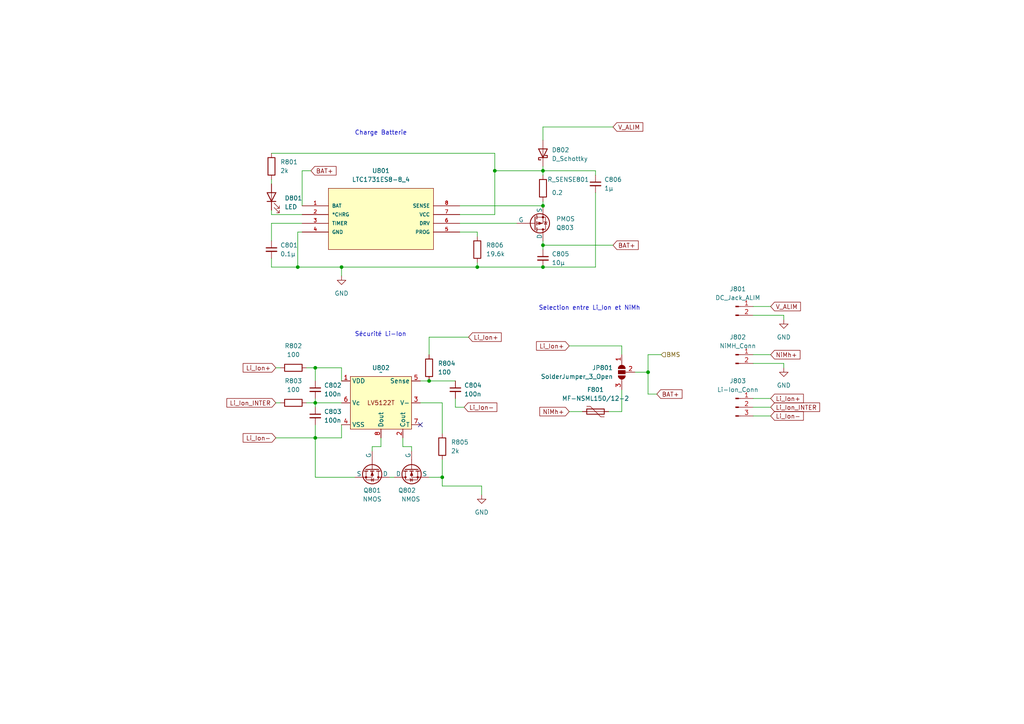
<source format=kicad_sch>
(kicad_sch (version 20230121) (generator eeschema)

  (uuid 28e4766e-2be2-4d10-93c6-f2551d121aa2)

  (paper "A4")

  (lib_symbols
    (symbol "Connector:Conn_01x02_Pin" (pin_names (offset 1.016) hide) (in_bom yes) (on_board yes)
      (property "Reference" "J" (at 0 2.54 0)
        (effects (font (size 1.27 1.27)))
      )
      (property "Value" "Conn_01x02_Pin" (at 0 -5.08 0)
        (effects (font (size 1.27 1.27)))
      )
      (property "Footprint" "" (at 0 0 0)
        (effects (font (size 1.27 1.27)) hide)
      )
      (property "Datasheet" "~" (at 0 0 0)
        (effects (font (size 1.27 1.27)) hide)
      )
      (property "ki_locked" "" (at 0 0 0)
        (effects (font (size 1.27 1.27)))
      )
      (property "ki_keywords" "connector" (at 0 0 0)
        (effects (font (size 1.27 1.27)) hide)
      )
      (property "ki_description" "Generic connector, single row, 01x02, script generated" (at 0 0 0)
        (effects (font (size 1.27 1.27)) hide)
      )
      (property "ki_fp_filters" "Connector*:*_1x??_*" (at 0 0 0)
        (effects (font (size 1.27 1.27)) hide)
      )
      (symbol "Conn_01x02_Pin_1_1"
        (polyline
          (pts
            (xy 1.27 -2.54)
            (xy 0.8636 -2.54)
          )
          (stroke (width 0.1524) (type default))
          (fill (type none))
        )
        (polyline
          (pts
            (xy 1.27 0)
            (xy 0.8636 0)
          )
          (stroke (width 0.1524) (type default))
          (fill (type none))
        )
        (rectangle (start 0.8636 -2.413) (end 0 -2.667)
          (stroke (width 0.1524) (type default))
          (fill (type outline))
        )
        (rectangle (start 0.8636 0.127) (end 0 -0.127)
          (stroke (width 0.1524) (type default))
          (fill (type outline))
        )
        (pin passive line (at 5.08 0 180) (length 3.81)
          (name "Pin_1" (effects (font (size 1.27 1.27))))
          (number "1" (effects (font (size 1.27 1.27))))
        )
        (pin passive line (at 5.08 -2.54 180) (length 3.81)
          (name "Pin_2" (effects (font (size 1.27 1.27))))
          (number "2" (effects (font (size 1.27 1.27))))
        )
      )
    )
    (symbol "Connector:Conn_01x03_Pin" (pin_names (offset 1.016) hide) (in_bom yes) (on_board yes)
      (property "Reference" "J" (at 0 5.08 0)
        (effects (font (size 1.27 1.27)))
      )
      (property "Value" "Conn_01x03_Pin" (at 0 -5.08 0)
        (effects (font (size 1.27 1.27)))
      )
      (property "Footprint" "" (at 0 0 0)
        (effects (font (size 1.27 1.27)) hide)
      )
      (property "Datasheet" "~" (at 0 0 0)
        (effects (font (size 1.27 1.27)) hide)
      )
      (property "ki_locked" "" (at 0 0 0)
        (effects (font (size 1.27 1.27)))
      )
      (property "ki_keywords" "connector" (at 0 0 0)
        (effects (font (size 1.27 1.27)) hide)
      )
      (property "ki_description" "Generic connector, single row, 01x03, script generated" (at 0 0 0)
        (effects (font (size 1.27 1.27)) hide)
      )
      (property "ki_fp_filters" "Connector*:*_1x??_*" (at 0 0 0)
        (effects (font (size 1.27 1.27)) hide)
      )
      (symbol "Conn_01x03_Pin_1_1"
        (polyline
          (pts
            (xy 1.27 -2.54)
            (xy 0.8636 -2.54)
          )
          (stroke (width 0.1524) (type default))
          (fill (type none))
        )
        (polyline
          (pts
            (xy 1.27 0)
            (xy 0.8636 0)
          )
          (stroke (width 0.1524) (type default))
          (fill (type none))
        )
        (polyline
          (pts
            (xy 1.27 2.54)
            (xy 0.8636 2.54)
          )
          (stroke (width 0.1524) (type default))
          (fill (type none))
        )
        (rectangle (start 0.8636 -2.413) (end 0 -2.667)
          (stroke (width 0.1524) (type default))
          (fill (type outline))
        )
        (rectangle (start 0.8636 0.127) (end 0 -0.127)
          (stroke (width 0.1524) (type default))
          (fill (type outline))
        )
        (rectangle (start 0.8636 2.667) (end 0 2.413)
          (stroke (width 0.1524) (type default))
          (fill (type outline))
        )
        (pin passive line (at 5.08 2.54 180) (length 3.81)
          (name "Pin_1" (effects (font (size 1.27 1.27))))
          (number "1" (effects (font (size 1.27 1.27))))
        )
        (pin passive line (at 5.08 0 180) (length 3.81)
          (name "Pin_2" (effects (font (size 1.27 1.27))))
          (number "2" (effects (font (size 1.27 1.27))))
        )
        (pin passive line (at 5.08 -2.54 180) (length 3.81)
          (name "Pin_3" (effects (font (size 1.27 1.27))))
          (number "3" (effects (font (size 1.27 1.27))))
        )
      )
    )
    (symbol "Device:C_Small" (pin_numbers hide) (pin_names (offset 0.254) hide) (in_bom yes) (on_board yes)
      (property "Reference" "C" (at 0.254 1.778 0)
        (effects (font (size 1.27 1.27)) (justify left))
      )
      (property "Value" "C_Small" (at 0.254 -2.032 0)
        (effects (font (size 1.27 1.27)) (justify left))
      )
      (property "Footprint" "" (at 0 0 0)
        (effects (font (size 1.27 1.27)) hide)
      )
      (property "Datasheet" "~" (at 0 0 0)
        (effects (font (size 1.27 1.27)) hide)
      )
      (property "ki_keywords" "capacitor cap" (at 0 0 0)
        (effects (font (size 1.27 1.27)) hide)
      )
      (property "ki_description" "Unpolarized capacitor, small symbol" (at 0 0 0)
        (effects (font (size 1.27 1.27)) hide)
      )
      (property "ki_fp_filters" "C_*" (at 0 0 0)
        (effects (font (size 1.27 1.27)) hide)
      )
      (symbol "C_Small_0_1"
        (polyline
          (pts
            (xy -1.524 -0.508)
            (xy 1.524 -0.508)
          )
          (stroke (width 0.3302) (type default))
          (fill (type none))
        )
        (polyline
          (pts
            (xy -1.524 0.508)
            (xy 1.524 0.508)
          )
          (stroke (width 0.3048) (type default))
          (fill (type none))
        )
      )
      (symbol "C_Small_1_1"
        (pin passive line (at 0 2.54 270) (length 2.032)
          (name "~" (effects (font (size 1.27 1.27))))
          (number "1" (effects (font (size 1.27 1.27))))
        )
        (pin passive line (at 0 -2.54 90) (length 2.032)
          (name "~" (effects (font (size 1.27 1.27))))
          (number "2" (effects (font (size 1.27 1.27))))
        )
      )
    )
    (symbol "Device:D_Schottky" (pin_numbers hide) (pin_names (offset 1.016) hide) (in_bom yes) (on_board yes)
      (property "Reference" "D" (at 0 2.54 0)
        (effects (font (size 1.27 1.27)))
      )
      (property "Value" "D_Schottky" (at 0 -2.54 0)
        (effects (font (size 1.27 1.27)))
      )
      (property "Footprint" "" (at 0 0 0)
        (effects (font (size 1.27 1.27)) hide)
      )
      (property "Datasheet" "~" (at 0 0 0)
        (effects (font (size 1.27 1.27)) hide)
      )
      (property "ki_keywords" "diode Schottky" (at 0 0 0)
        (effects (font (size 1.27 1.27)) hide)
      )
      (property "ki_description" "Schottky diode" (at 0 0 0)
        (effects (font (size 1.27 1.27)) hide)
      )
      (property "ki_fp_filters" "TO-???* *_Diode_* *SingleDiode* D_*" (at 0 0 0)
        (effects (font (size 1.27 1.27)) hide)
      )
      (symbol "D_Schottky_0_1"
        (polyline
          (pts
            (xy 1.27 0)
            (xy -1.27 0)
          )
          (stroke (width 0) (type default))
          (fill (type none))
        )
        (polyline
          (pts
            (xy 1.27 1.27)
            (xy 1.27 -1.27)
            (xy -1.27 0)
            (xy 1.27 1.27)
          )
          (stroke (width 0.254) (type default))
          (fill (type none))
        )
        (polyline
          (pts
            (xy -1.905 0.635)
            (xy -1.905 1.27)
            (xy -1.27 1.27)
            (xy -1.27 -1.27)
            (xy -0.635 -1.27)
            (xy -0.635 -0.635)
          )
          (stroke (width 0.254) (type default))
          (fill (type none))
        )
      )
      (symbol "D_Schottky_1_1"
        (pin passive line (at -3.81 0 0) (length 2.54)
          (name "K" (effects (font (size 1.27 1.27))))
          (number "1" (effects (font (size 1.27 1.27))))
        )
        (pin passive line (at 3.81 0 180) (length 2.54)
          (name "A" (effects (font (size 1.27 1.27))))
          (number "2" (effects (font (size 1.27 1.27))))
        )
      )
    )
    (symbol "Device:LED" (pin_numbers hide) (pin_names (offset 1.016) hide) (in_bom yes) (on_board yes)
      (property "Reference" "D" (at 0 2.54 0)
        (effects (font (size 1.27 1.27)))
      )
      (property "Value" "LED" (at 0 -2.54 0)
        (effects (font (size 1.27 1.27)))
      )
      (property "Footprint" "" (at 0 0 0)
        (effects (font (size 1.27 1.27)) hide)
      )
      (property "Datasheet" "~" (at 0 0 0)
        (effects (font (size 1.27 1.27)) hide)
      )
      (property "ki_keywords" "LED diode" (at 0 0 0)
        (effects (font (size 1.27 1.27)) hide)
      )
      (property "ki_description" "Light emitting diode" (at 0 0 0)
        (effects (font (size 1.27 1.27)) hide)
      )
      (property "ki_fp_filters" "LED* LED_SMD:* LED_THT:*" (at 0 0 0)
        (effects (font (size 1.27 1.27)) hide)
      )
      (symbol "LED_0_1"
        (polyline
          (pts
            (xy -1.27 -1.27)
            (xy -1.27 1.27)
          )
          (stroke (width 0.254) (type default))
          (fill (type none))
        )
        (polyline
          (pts
            (xy -1.27 0)
            (xy 1.27 0)
          )
          (stroke (width 0) (type default))
          (fill (type none))
        )
        (polyline
          (pts
            (xy 1.27 -1.27)
            (xy 1.27 1.27)
            (xy -1.27 0)
            (xy 1.27 -1.27)
          )
          (stroke (width 0.254) (type default))
          (fill (type none))
        )
        (polyline
          (pts
            (xy -3.048 -0.762)
            (xy -4.572 -2.286)
            (xy -3.81 -2.286)
            (xy -4.572 -2.286)
            (xy -4.572 -1.524)
          )
          (stroke (width 0) (type default))
          (fill (type none))
        )
        (polyline
          (pts
            (xy -1.778 -0.762)
            (xy -3.302 -2.286)
            (xy -2.54 -2.286)
            (xy -3.302 -2.286)
            (xy -3.302 -1.524)
          )
          (stroke (width 0) (type default))
          (fill (type none))
        )
      )
      (symbol "LED_1_1"
        (pin passive line (at -3.81 0 0) (length 2.54)
          (name "K" (effects (font (size 1.27 1.27))))
          (number "1" (effects (font (size 1.27 1.27))))
        )
        (pin passive line (at 3.81 0 180) (length 2.54)
          (name "A" (effects (font (size 1.27 1.27))))
          (number "2" (effects (font (size 1.27 1.27))))
        )
      )
    )
    (symbol "Device:Polyfuse" (pin_numbers hide) (pin_names (offset 0)) (in_bom yes) (on_board yes)
      (property "Reference" "F" (at -2.54 0 90)
        (effects (font (size 1.27 1.27)))
      )
      (property "Value" "Polyfuse" (at 2.54 0 90)
        (effects (font (size 1.27 1.27)))
      )
      (property "Footprint" "" (at 1.27 -5.08 0)
        (effects (font (size 1.27 1.27)) (justify left) hide)
      )
      (property "Datasheet" "~" (at 0 0 0)
        (effects (font (size 1.27 1.27)) hide)
      )
      (property "ki_keywords" "resettable fuse PTC PPTC polyfuse polyswitch" (at 0 0 0)
        (effects (font (size 1.27 1.27)) hide)
      )
      (property "ki_description" "Resettable fuse, polymeric positive temperature coefficient" (at 0 0 0)
        (effects (font (size 1.27 1.27)) hide)
      )
      (property "ki_fp_filters" "*polyfuse* *PTC*" (at 0 0 0)
        (effects (font (size 1.27 1.27)) hide)
      )
      (symbol "Polyfuse_0_1"
        (rectangle (start -0.762 2.54) (end 0.762 -2.54)
          (stroke (width 0.254) (type default))
          (fill (type none))
        )
        (polyline
          (pts
            (xy 0 2.54)
            (xy 0 -2.54)
          )
          (stroke (width 0) (type default))
          (fill (type none))
        )
        (polyline
          (pts
            (xy -1.524 2.54)
            (xy -1.524 1.524)
            (xy 1.524 -1.524)
            (xy 1.524 -2.54)
          )
          (stroke (width 0) (type default))
          (fill (type none))
        )
      )
      (symbol "Polyfuse_1_1"
        (pin passive line (at 0 3.81 270) (length 1.27)
          (name "~" (effects (font (size 1.27 1.27))))
          (number "1" (effects (font (size 1.27 1.27))))
        )
        (pin passive line (at 0 -3.81 90) (length 1.27)
          (name "~" (effects (font (size 1.27 1.27))))
          (number "2" (effects (font (size 1.27 1.27))))
        )
      )
    )
    (symbol "Device:R" (pin_numbers hide) (pin_names (offset 0)) (in_bom yes) (on_board yes)
      (property "Reference" "R" (at 2.032 0 90)
        (effects (font (size 1.27 1.27)))
      )
      (property "Value" "R" (at 0 0 90)
        (effects (font (size 1.27 1.27)))
      )
      (property "Footprint" "" (at -1.778 0 90)
        (effects (font (size 1.27 1.27)) hide)
      )
      (property "Datasheet" "~" (at 0 0 0)
        (effects (font (size 1.27 1.27)) hide)
      )
      (property "ki_keywords" "R res resistor" (at 0 0 0)
        (effects (font (size 1.27 1.27)) hide)
      )
      (property "ki_description" "Resistor" (at 0 0 0)
        (effects (font (size 1.27 1.27)) hide)
      )
      (property "ki_fp_filters" "R_*" (at 0 0 0)
        (effects (font (size 1.27 1.27)) hide)
      )
      (symbol "R_0_1"
        (rectangle (start -1.016 -2.54) (end 1.016 2.54)
          (stroke (width 0.254) (type default))
          (fill (type none))
        )
      )
      (symbol "R_1_1"
        (pin passive line (at 0 3.81 270) (length 1.27)
          (name "~" (effects (font (size 1.27 1.27))))
          (number "1" (effects (font (size 1.27 1.27))))
        )
        (pin passive line (at 0 -3.81 90) (length 1.27)
          (name "~" (effects (font (size 1.27 1.27))))
          (number "2" (effects (font (size 1.27 1.27))))
        )
      )
    )
    (symbol "Jumper:SolderJumper_3_Open" (pin_names (offset 0) hide) (in_bom yes) (on_board yes)
      (property "Reference" "JP" (at -2.54 -2.54 0)
        (effects (font (size 1.27 1.27)))
      )
      (property "Value" "SolderJumper_3_Open" (at 0 2.794 0)
        (effects (font (size 1.27 1.27)))
      )
      (property "Footprint" "" (at 0 0 0)
        (effects (font (size 1.27 1.27)) hide)
      )
      (property "Datasheet" "~" (at 0 0 0)
        (effects (font (size 1.27 1.27)) hide)
      )
      (property "ki_keywords" "Solder Jumper SPDT" (at 0 0 0)
        (effects (font (size 1.27 1.27)) hide)
      )
      (property "ki_description" "Solder Jumper, 3-pole, open" (at 0 0 0)
        (effects (font (size 1.27 1.27)) hide)
      )
      (property "ki_fp_filters" "SolderJumper*Open*" (at 0 0 0)
        (effects (font (size 1.27 1.27)) hide)
      )
      (symbol "SolderJumper_3_Open_0_1"
        (arc (start -1.016 1.016) (mid -2.0276 0) (end -1.016 -1.016)
          (stroke (width 0) (type default))
          (fill (type none))
        )
        (arc (start -1.016 1.016) (mid -2.0276 0) (end -1.016 -1.016)
          (stroke (width 0) (type default))
          (fill (type outline))
        )
        (rectangle (start -0.508 1.016) (end 0.508 -1.016)
          (stroke (width 0) (type default))
          (fill (type outline))
        )
        (polyline
          (pts
            (xy -2.54 0)
            (xy -2.032 0)
          )
          (stroke (width 0) (type default))
          (fill (type none))
        )
        (polyline
          (pts
            (xy -1.016 1.016)
            (xy -1.016 -1.016)
          )
          (stroke (width 0) (type default))
          (fill (type none))
        )
        (polyline
          (pts
            (xy 0 -1.27)
            (xy 0 -1.016)
          )
          (stroke (width 0) (type default))
          (fill (type none))
        )
        (polyline
          (pts
            (xy 1.016 1.016)
            (xy 1.016 -1.016)
          )
          (stroke (width 0) (type default))
          (fill (type none))
        )
        (polyline
          (pts
            (xy 2.54 0)
            (xy 2.032 0)
          )
          (stroke (width 0) (type default))
          (fill (type none))
        )
        (arc (start 1.016 -1.016) (mid 2.0276 0) (end 1.016 1.016)
          (stroke (width 0) (type default))
          (fill (type none))
        )
        (arc (start 1.016 -1.016) (mid 2.0276 0) (end 1.016 1.016)
          (stroke (width 0) (type default))
          (fill (type outline))
        )
      )
      (symbol "SolderJumper_3_Open_1_1"
        (pin passive line (at -5.08 0 0) (length 2.54)
          (name "A" (effects (font (size 1.27 1.27))))
          (number "1" (effects (font (size 1.27 1.27))))
        )
        (pin passive line (at 0 -3.81 90) (length 2.54)
          (name "C" (effects (font (size 1.27 1.27))))
          (number "2" (effects (font (size 1.27 1.27))))
        )
        (pin passive line (at 5.08 0 180) (length 2.54)
          (name "B" (effects (font (size 1.27 1.27))))
          (number "3" (effects (font (size 1.27 1.27))))
        )
      )
    )
    (symbol "LTC1731ES8-8_4:LTC1731ES8-8_4" (pin_names (offset 1.016)) (in_bom yes) (on_board yes)
      (property "Reference" "U1" (at 33.02 10.16 0)
        (effects (font (size 1.27 1.27)))
      )
      (property "Value" "LTC1731ES8-8_4" (at 33.02 7.62 0)
        (effects (font (size 1.27 1.27)))
      )
      (property "Footprint" "LTC1731ES8-8_4:SO-8_S" (at 10.16 0 0)
        (effects (font (size 1.27 1.27)) (justify bottom) hide)
      )
      (property "Datasheet" "" (at 10.16 0 0)
        (effects (font (size 1.27 1.27)) hide)
      )
      (property "MF" "Analog Devices" (at 10.16 0 0)
        (effects (font (size 1.27 1.27)) (justify bottom) hide)
      )
      (property "VENDOR" "Linear Technology" (at 10.16 0 0)
        (effects (font (size 1.27 1.27)) (justify bottom) hide)
      )
      (property "Description" "\nBattery Management LTC1731-8.X - Lithium-Ion Linear Battery Charger Controller\n" (at 0 0 0)
        (effects (font (size 1.27 1.27)) (justify bottom) hide)
      )
      (property "Package" "SOIC-8 Linear Technology" (at 10.16 0 0)
        (effects (font (size 1.27 1.27)) (justify bottom) hide)
      )
      (property "Price" "None" (at 10.16 0 0)
        (effects (font (size 1.27 1.27)) (justify bottom) hide)
      )
      (property "Check_prices" "https://www.snapeda.com/parts/LTC1731ES8-8.4/Analog+Devices/view-part/?ref=eda" (at 0 0 0)
        (effects (font (size 1.27 1.27)) (justify bottom) hide)
      )
      (property "SnapEDA_Link" "https://www.snapeda.com/parts/LTC1731ES8-8.4/Analog+Devices/view-part/?ref=snap" (at 0 0 0)
        (effects (font (size 1.27 1.27)) (justify bottom) hide)
      )
      (property "MP" "LTC1731ES8-8.4" (at 10.16 0 0)
        (effects (font (size 1.27 1.27)) (justify bottom) hide)
      )
      (property "Availability" "In Stock" (at 10.16 0 0)
        (effects (font (size 1.27 1.27)) (justify bottom) hide)
      )
      (property "MANUFACTURER_PART_NUMBER" "ltc1731es88.4" (at 10.16 0 0)
        (effects (font (size 1.27 1.27)) (justify bottom) hide)
      )
      (symbol "LTC1731ES8-8_4_0_0"
        (rectangle (start 17.78 5.08) (end 48.26 -12.7)
          (stroke (width 0.1524) (type default))
          (fill (type background))
        )
        (pin input line (at 10.16 0 0) (length 7.62)
          (name "BAT" (effects (font (size 1.016 1.016))))
          (number "1" (effects (font (size 1.016 1.016))))
        )
        (pin output line (at 10.16 -2.54 0) (length 7.62)
          (name "*CHRG" (effects (font (size 1.016 1.016))))
          (number "2" (effects (font (size 1.016 1.016))))
        )
        (pin input line (at 10.16 -5.08 0) (length 7.62)
          (name "TIMER" (effects (font (size 1.016 1.016))))
          (number "3" (effects (font (size 1.016 1.016))))
        )
        (pin power_in line (at 10.16 -7.62 0) (length 7.62)
          (name "GND" (effects (font (size 1.016 1.016))))
          (number "4" (effects (font (size 1.016 1.016))))
        )
        (pin input line (at 55.88 -7.62 180) (length 7.62)
          (name "PROG" (effects (font (size 1.016 1.016))))
          (number "5" (effects (font (size 1.016 1.016))))
        )
        (pin output line (at 55.88 -5.08 180) (length 7.62)
          (name "DRV" (effects (font (size 1.016 1.016))))
          (number "6" (effects (font (size 1.016 1.016))))
        )
        (pin power_in line (at 55.88 -2.54 180) (length 7.62)
          (name "VCC" (effects (font (size 1.016 1.016))))
          (number "7" (effects (font (size 1.016 1.016))))
        )
        (pin input line (at 55.88 0 180) (length 7.62)
          (name "SENSE" (effects (font (size 1.016 1.016))))
          (number "8" (effects (font (size 1.016 1.016))))
        )
      )
    )
    (symbol "LV5122T:LV5122T" (in_bom yes) (on_board yes)
      (property "Reference" "U2" (at 0 10.16 0)
        (effects (font (size 1.27 1.27)))
      )
      (property "Value" "~" (at 0 8.89 0)
        (effects (font (size 1.27 1.27)))
      )
      (property "Footprint" "" (at 0 11.43 0)
        (effects (font (size 1.27 1.27)) hide)
      )
      (property "Datasheet" "" (at 0 11.43 0)
        (effects (font (size 1.27 1.27)) hide)
      )
      (symbol "LV5122T_1_1"
        (rectangle (start -8.89 7.62) (end 8.89 -7.62)
          (stroke (width 0) (type default))
          (fill (type background))
        )
        (text "LV5122T" (at 0 0 0)
          (effects (font (size 1.27 1.27)))
        )
        (pin bidirectional line (at -11.43 6.35 0) (length 2.54)
          (name "VDD" (effects (font (size 1.27 1.27))))
          (number "1" (effects (font (size 1.27 1.27))))
        )
        (pin bidirectional line (at 6.35 -10.16 90) (length 2.54)
          (name "Cout" (effects (font (size 1.27 1.27))))
          (number "2" (effects (font (size 1.27 1.27))))
        )
        (pin bidirectional line (at 11.43 0 180) (length 2.54)
          (name "V-" (effects (font (size 1.27 1.27))))
          (number "3" (effects (font (size 1.27 1.27))))
        )
        (pin bidirectional line (at -11.43 -6.35 0) (length 2.54)
          (name "VSS" (effects (font (size 1.27 1.27))))
          (number "4" (effects (font (size 1.27 1.27))))
        )
        (pin bidirectional line (at 11.43 6.35 180) (length 2.54)
          (name "Sense" (effects (font (size 1.27 1.27))))
          (number "5" (effects (font (size 1.27 1.27))))
        )
        (pin bidirectional line (at -11.43 0 0) (length 2.54)
          (name "Vc" (effects (font (size 1.27 1.27))))
          (number "6" (effects (font (size 1.27 1.27))))
        )
        (pin bidirectional line (at 11.43 -6.35 180) (length 2.54)
          (name "T" (effects (font (size 1.27 1.27))))
          (number "7" (effects (font (size 1.27 1.27))))
        )
        (pin bidirectional line (at 0 -10.16 90) (length 2.54)
          (name "Dout" (effects (font (size 1.27 1.27))))
          (number "8" (effects (font (size 1.27 1.27))))
        )
      )
    )
    (symbol "Simulation_SPICE:NMOS" (pin_numbers hide) (pin_names (offset 0)) (in_bom yes) (on_board yes)
      (property "Reference" "Q" (at 5.08 1.27 0)
        (effects (font (size 1.27 1.27)) (justify left))
      )
      (property "Value" "NMOS" (at 5.08 -1.27 0)
        (effects (font (size 1.27 1.27)) (justify left))
      )
      (property "Footprint" "" (at 5.08 2.54 0)
        (effects (font (size 1.27 1.27)) hide)
      )
      (property "Datasheet" "https://ngspice.sourceforge.io/docs/ngspice-manual.pdf" (at 0 -12.7 0)
        (effects (font (size 1.27 1.27)) hide)
      )
      (property "Sim.Device" "NMOS" (at 0 -17.145 0)
        (effects (font (size 1.27 1.27)) hide)
      )
      (property "Sim.Type" "VDMOS" (at 0 -19.05 0)
        (effects (font (size 1.27 1.27)) hide)
      )
      (property "Sim.Pins" "1=D 2=G 3=S" (at 0 -15.24 0)
        (effects (font (size 1.27 1.27)) hide)
      )
      (property "ki_keywords" "transistor NMOS N-MOS N-MOSFET simulation" (at 0 0 0)
        (effects (font (size 1.27 1.27)) hide)
      )
      (property "ki_description" "N-MOSFET transistor, drain/source/gate" (at 0 0 0)
        (effects (font (size 1.27 1.27)) hide)
      )
      (symbol "NMOS_0_1"
        (polyline
          (pts
            (xy 0.254 0)
            (xy -2.54 0)
          )
          (stroke (width 0) (type default))
          (fill (type none))
        )
        (polyline
          (pts
            (xy 0.254 1.905)
            (xy 0.254 -1.905)
          )
          (stroke (width 0.254) (type default))
          (fill (type none))
        )
        (polyline
          (pts
            (xy 0.762 -1.27)
            (xy 0.762 -2.286)
          )
          (stroke (width 0.254) (type default))
          (fill (type none))
        )
        (polyline
          (pts
            (xy 0.762 0.508)
            (xy 0.762 -0.508)
          )
          (stroke (width 0.254) (type default))
          (fill (type none))
        )
        (polyline
          (pts
            (xy 0.762 2.286)
            (xy 0.762 1.27)
          )
          (stroke (width 0.254) (type default))
          (fill (type none))
        )
        (polyline
          (pts
            (xy 2.54 2.54)
            (xy 2.54 1.778)
          )
          (stroke (width 0) (type default))
          (fill (type none))
        )
        (polyline
          (pts
            (xy 2.54 -2.54)
            (xy 2.54 0)
            (xy 0.762 0)
          )
          (stroke (width 0) (type default))
          (fill (type none))
        )
        (polyline
          (pts
            (xy 0.762 -1.778)
            (xy 3.302 -1.778)
            (xy 3.302 1.778)
            (xy 0.762 1.778)
          )
          (stroke (width 0) (type default))
          (fill (type none))
        )
        (polyline
          (pts
            (xy 1.016 0)
            (xy 2.032 0.381)
            (xy 2.032 -0.381)
            (xy 1.016 0)
          )
          (stroke (width 0) (type default))
          (fill (type outline))
        )
        (polyline
          (pts
            (xy 2.794 0.508)
            (xy 2.921 0.381)
            (xy 3.683 0.381)
            (xy 3.81 0.254)
          )
          (stroke (width 0) (type default))
          (fill (type none))
        )
        (polyline
          (pts
            (xy 3.302 0.381)
            (xy 2.921 -0.254)
            (xy 3.683 -0.254)
            (xy 3.302 0.381)
          )
          (stroke (width 0) (type default))
          (fill (type none))
        )
        (circle (center 1.651 0) (radius 2.794)
          (stroke (width 0.254) (type default))
          (fill (type none))
        )
        (circle (center 2.54 -1.778) (radius 0.254)
          (stroke (width 0) (type default))
          (fill (type outline))
        )
        (circle (center 2.54 1.778) (radius 0.254)
          (stroke (width 0) (type default))
          (fill (type outline))
        )
      )
      (symbol "NMOS_1_1"
        (pin passive line (at 2.54 5.08 270) (length 2.54)
          (name "D" (effects (font (size 1.27 1.27))))
          (number "1" (effects (font (size 1.27 1.27))))
        )
        (pin input line (at -5.08 0 0) (length 2.54)
          (name "G" (effects (font (size 1.27 1.27))))
          (number "2" (effects (font (size 1.27 1.27))))
        )
        (pin passive line (at 2.54 -5.08 90) (length 2.54)
          (name "S" (effects (font (size 1.27 1.27))))
          (number "3" (effects (font (size 1.27 1.27))))
        )
      )
    )
    (symbol "Simulation_SPICE:PMOS" (pin_numbers hide) (pin_names (offset 0)) (in_bom yes) (on_board yes)
      (property "Reference" "Q" (at 5.08 1.27 0)
        (effects (font (size 1.27 1.27)) (justify left))
      )
      (property "Value" "PMOS" (at 5.08 -1.27 0)
        (effects (font (size 1.27 1.27)) (justify left))
      )
      (property "Footprint" "" (at 5.08 2.54 0)
        (effects (font (size 1.27 1.27)) hide)
      )
      (property "Datasheet" "https://ngspice.sourceforge.io/docs/ngspice-manual.pdf" (at 0 -12.7 0)
        (effects (font (size 1.27 1.27)) hide)
      )
      (property "Sim.Device" "PMOS" (at 0 -17.145 0)
        (effects (font (size 1.27 1.27)) hide)
      )
      (property "Sim.Type" "VDMOS" (at 0 -19.05 0)
        (effects (font (size 1.27 1.27)) hide)
      )
      (property "Sim.Pins" "1=D 2=G 3=S" (at 0 -15.24 0)
        (effects (font (size 1.27 1.27)) hide)
      )
      (property "ki_keywords" "transistor PMOS P-MOS P-MOSFET simulation" (at 0 0 0)
        (effects (font (size 1.27 1.27)) hide)
      )
      (property "ki_description" "P-MOSFET transistor, drain/source/gate" (at 0 0 0)
        (effects (font (size 1.27 1.27)) hide)
      )
      (symbol "PMOS_0_1"
        (polyline
          (pts
            (xy 0.254 0)
            (xy -2.54 0)
          )
          (stroke (width 0) (type default))
          (fill (type none))
        )
        (polyline
          (pts
            (xy 0.254 1.905)
            (xy 0.254 -1.905)
          )
          (stroke (width 0.254) (type default))
          (fill (type none))
        )
        (polyline
          (pts
            (xy 0.762 -1.27)
            (xy 0.762 -2.286)
          )
          (stroke (width 0.254) (type default))
          (fill (type none))
        )
        (polyline
          (pts
            (xy 0.762 0.508)
            (xy 0.762 -0.508)
          )
          (stroke (width 0.254) (type default))
          (fill (type none))
        )
        (polyline
          (pts
            (xy 0.762 2.286)
            (xy 0.762 1.27)
          )
          (stroke (width 0.254) (type default))
          (fill (type none))
        )
        (polyline
          (pts
            (xy 2.54 2.54)
            (xy 2.54 1.778)
          )
          (stroke (width 0) (type default))
          (fill (type none))
        )
        (polyline
          (pts
            (xy 2.54 -2.54)
            (xy 2.54 0)
            (xy 0.762 0)
          )
          (stroke (width 0) (type default))
          (fill (type none))
        )
        (polyline
          (pts
            (xy 0.762 1.778)
            (xy 3.302 1.778)
            (xy 3.302 -1.778)
            (xy 0.762 -1.778)
          )
          (stroke (width 0) (type default))
          (fill (type none))
        )
        (polyline
          (pts
            (xy 2.286 0)
            (xy 1.27 0.381)
            (xy 1.27 -0.381)
            (xy 2.286 0)
          )
          (stroke (width 0) (type default))
          (fill (type outline))
        )
        (polyline
          (pts
            (xy 2.794 -0.508)
            (xy 2.921 -0.381)
            (xy 3.683 -0.381)
            (xy 3.81 -0.254)
          )
          (stroke (width 0) (type default))
          (fill (type none))
        )
        (polyline
          (pts
            (xy 3.302 -0.381)
            (xy 2.921 0.254)
            (xy 3.683 0.254)
            (xy 3.302 -0.381)
          )
          (stroke (width 0) (type default))
          (fill (type none))
        )
        (circle (center 1.651 0) (radius 2.794)
          (stroke (width 0.254) (type default))
          (fill (type none))
        )
        (circle (center 2.54 -1.778) (radius 0.254)
          (stroke (width 0) (type default))
          (fill (type outline))
        )
        (circle (center 2.54 1.778) (radius 0.254)
          (stroke (width 0) (type default))
          (fill (type outline))
        )
      )
      (symbol "PMOS_1_1"
        (pin passive line (at 2.54 5.08 270) (length 2.54)
          (name "D" (effects (font (size 1.27 1.27))))
          (number "1" (effects (font (size 1.27 1.27))))
        )
        (pin input line (at -5.08 0 0) (length 2.54)
          (name "G" (effects (font (size 1.27 1.27))))
          (number "2" (effects (font (size 1.27 1.27))))
        )
        (pin passive line (at 2.54 -5.08 90) (length 2.54)
          (name "S" (effects (font (size 1.27 1.27))))
          (number "3" (effects (font (size 1.27 1.27))))
        )
      )
    )
    (symbol "power:GND" (power) (pin_names (offset 0)) (in_bom yes) (on_board yes)
      (property "Reference" "#PWR" (at 0 -6.35 0)
        (effects (font (size 1.27 1.27)) hide)
      )
      (property "Value" "GND" (at 0 -3.81 0)
        (effects (font (size 1.27 1.27)))
      )
      (property "Footprint" "" (at 0 0 0)
        (effects (font (size 1.27 1.27)) hide)
      )
      (property "Datasheet" "" (at 0 0 0)
        (effects (font (size 1.27 1.27)) hide)
      )
      (property "ki_keywords" "global power" (at 0 0 0)
        (effects (font (size 1.27 1.27)) hide)
      )
      (property "ki_description" "Power symbol creates a global label with name \"GND\" , ground" (at 0 0 0)
        (effects (font (size 1.27 1.27)) hide)
      )
      (symbol "GND_0_1"
        (polyline
          (pts
            (xy 0 0)
            (xy 0 -1.27)
            (xy 1.27 -1.27)
            (xy 0 -2.54)
            (xy -1.27 -1.27)
            (xy 0 -1.27)
          )
          (stroke (width 0) (type default))
          (fill (type none))
        )
      )
      (symbol "GND_1_1"
        (pin power_in line (at 0 0 270) (length 0) hide
          (name "GND" (effects (font (size 1.27 1.27))))
          (number "1" (effects (font (size 1.27 1.27))))
        )
      )
    )
  )

  (junction (at 128.27 138.43) (diameter 0) (color 0 0 0 0)
    (uuid 198c33e9-e522-474f-afda-313e9cc66b35)
  )
  (junction (at 91.44 127) (diameter 0) (color 0 0 0 0)
    (uuid 1ecea1b6-1254-4875-8b71-0b2b65de1f6f)
  )
  (junction (at 157.48 49.53) (diameter 0) (color 0 0 0 0)
    (uuid 314f9fc8-4858-451b-a94d-a6940436fce1)
  )
  (junction (at 91.44 106.68) (diameter 0) (color 0 0 0 0)
    (uuid 357d609a-8aa1-45a2-a217-e0d4c247e291)
  )
  (junction (at 157.48 59.69) (diameter 0) (color 0 0 0 0)
    (uuid 5340eead-7a17-4a87-8d9a-7734135fcad7)
  )
  (junction (at 143.51 49.53) (diameter 0) (color 0 0 0 0)
    (uuid 5c142ecc-63ee-4025-81d6-b40ea1d79c2e)
  )
  (junction (at 157.48 77.47) (diameter 0) (color 0 0 0 0)
    (uuid 5cf9858f-323d-4b60-bc13-6fb694a1c4d6)
  )
  (junction (at 86.36 77.47) (diameter 0) (color 0 0 0 0)
    (uuid 63658542-6345-4c18-9b34-bc0fd06f8026)
  )
  (junction (at 187.96 107.95) (diameter 0) (color 0 0 0 0)
    (uuid 80c294da-b956-45ed-a358-296210c107b0)
  )
  (junction (at 124.46 110.49) (diameter 0) (color 0 0 0 0)
    (uuid a353f8e5-251a-4309-8c38-b3ab56772f0c)
  )
  (junction (at 99.06 77.47) (diameter 0) (color 0 0 0 0)
    (uuid b491fe7b-4bba-4860-b7c0-22aa8d845445)
  )
  (junction (at 157.48 71.12) (diameter 0) (color 0 0 0 0)
    (uuid bd84996b-05cd-4138-8572-6bc9100cda3f)
  )
  (junction (at 138.43 77.47) (diameter 0) (color 0 0 0 0)
    (uuid df1a6df0-a1bc-4139-a0d7-ec06b48bea21)
  )
  (junction (at 91.44 116.84) (diameter 0) (color 0 0 0 0)
    (uuid e67ced98-e5ee-4114-b5a8-4b24ff13ab4a)
  )

  (no_connect (at 121.92 123.19) (uuid f45fdfaa-6dfd-4a8f-961c-1f129db8dc1a))

  (wire (pts (xy 128.27 133.35) (xy 128.27 138.43))
    (stroke (width 0) (type default))
    (uuid 01268d81-ed6a-4e5e-a0b7-ba53e885f42e)
  )
  (wire (pts (xy 143.51 44.45) (xy 143.51 49.53))
    (stroke (width 0) (type default))
    (uuid 0a47106b-fa72-428a-a508-28a4b637a3ad)
  )
  (wire (pts (xy 218.44 91.44) (xy 227.33 91.44))
    (stroke (width 0) (type default))
    (uuid 0ade4e72-3bc5-438c-aae6-eabf35a62e98)
  )
  (wire (pts (xy 91.44 115.57) (xy 91.44 116.84))
    (stroke (width 0) (type default))
    (uuid 0c8aa61d-8aaf-479f-9e32-f47b2f5c1155)
  )
  (wire (pts (xy 99.06 77.47) (xy 99.06 80.01))
    (stroke (width 0) (type default))
    (uuid 0cbedfc5-b5bd-4f0a-b383-28b2d6848c01)
  )
  (wire (pts (xy 99.06 127) (xy 91.44 127))
    (stroke (width 0) (type default))
    (uuid 0e10cd80-c7d9-4243-9647-fd309d24c2d3)
  )
  (wire (pts (xy 157.48 71.12) (xy 157.48 69.85))
    (stroke (width 0) (type default))
    (uuid 17d515b2-d8b4-4258-8db4-896e6297a0e2)
  )
  (wire (pts (xy 110.49 129.54) (xy 110.49 127))
    (stroke (width 0) (type default))
    (uuid 1fe042ac-89f8-437c-a292-9a9dcf0f0ecd)
  )
  (wire (pts (xy 176.53 119.38) (xy 180.34 119.38))
    (stroke (width 0) (type default))
    (uuid 205f9ca0-7a20-4694-82c8-4c6b41c0718c)
  )
  (wire (pts (xy 124.46 110.49) (xy 132.08 110.49))
    (stroke (width 0) (type default))
    (uuid 230422da-5339-468e-98e2-cf00156f5544)
  )
  (wire (pts (xy 218.44 120.65) (xy 223.52 120.65))
    (stroke (width 0) (type default))
    (uuid 2362cec4-3219-43f7-b897-947620a4aadf)
  )
  (wire (pts (xy 87.63 64.77) (xy 78.74 64.77))
    (stroke (width 0) (type default))
    (uuid 2b8394a8-b05e-49fe-b24a-c317c8348107)
  )
  (wire (pts (xy 138.43 67.31) (xy 138.43 68.58))
    (stroke (width 0) (type default))
    (uuid 2e139ac5-c625-467b-8b39-22302d68f534)
  )
  (wire (pts (xy 116.84 129.54) (xy 116.84 127))
    (stroke (width 0) (type default))
    (uuid 2ebf7dec-42ef-4070-afe3-1f6a68e44c17)
  )
  (wire (pts (xy 132.08 115.57) (xy 132.08 118.11))
    (stroke (width 0) (type default))
    (uuid 30454439-ae6a-4cc1-bd72-6e689e67aac0)
  )
  (wire (pts (xy 172.72 50.8) (xy 172.72 49.53))
    (stroke (width 0) (type default))
    (uuid 37d0bda8-13f8-4154-91ee-4c5981a5b1c3)
  )
  (wire (pts (xy 187.96 102.87) (xy 191.77 102.87))
    (stroke (width 0) (type default))
    (uuid 3b7a298f-bc15-4324-a80e-9b39b4904441)
  )
  (wire (pts (xy 113.03 138.43) (xy 114.3 138.43))
    (stroke (width 0) (type default))
    (uuid 3d9901c9-8000-40f7-b47d-e79c90a9c527)
  )
  (wire (pts (xy 157.48 40.64) (xy 157.48 36.83))
    (stroke (width 0) (type default))
    (uuid 3fa0e920-d865-4c83-b053-6ac73821a853)
  )
  (wire (pts (xy 99.06 110.49) (xy 99.06 106.68))
    (stroke (width 0) (type default))
    (uuid 40709dc1-b9e8-4c8b-899f-79709d88477f)
  )
  (wire (pts (xy 78.74 62.23) (xy 78.74 60.96))
    (stroke (width 0) (type default))
    (uuid 42950b50-010a-4c3b-adb8-0dd857edf1e8)
  )
  (wire (pts (xy 107.95 129.54) (xy 110.49 129.54))
    (stroke (width 0) (type default))
    (uuid 42a9a22d-841d-4d19-b4a8-0bc684aa1d85)
  )
  (wire (pts (xy 78.74 64.77) (xy 78.74 69.85))
    (stroke (width 0) (type default))
    (uuid 45bc2733-0286-4b8f-85cb-70e0b1f0bb68)
  )
  (wire (pts (xy 91.44 106.68) (xy 91.44 110.49))
    (stroke (width 0) (type default))
    (uuid 45dc0667-8ac6-403b-845f-14a7f5ab4968)
  )
  (wire (pts (xy 172.72 77.47) (xy 172.72 55.88))
    (stroke (width 0) (type default))
    (uuid 471c33bc-de14-4966-9810-5599423edd20)
  )
  (wire (pts (xy 78.74 74.93) (xy 78.74 77.47))
    (stroke (width 0) (type default))
    (uuid 48d9d850-a25b-42eb-a5f9-0342d9ae7a5b)
  )
  (wire (pts (xy 157.48 71.12) (xy 157.48 72.39))
    (stroke (width 0) (type default))
    (uuid 50e693ec-0a7c-4209-ba4f-a2bcba22c06f)
  )
  (wire (pts (xy 119.38 129.54) (xy 116.84 129.54))
    (stroke (width 0) (type default))
    (uuid 50edf756-b2cf-40df-a971-549543364e6e)
  )
  (wire (pts (xy 138.43 77.47) (xy 99.06 77.47))
    (stroke (width 0) (type default))
    (uuid 5204093f-0e5d-4172-9b0a-d60db20c83e1)
  )
  (wire (pts (xy 87.63 67.31) (xy 86.36 67.31))
    (stroke (width 0) (type default))
    (uuid 521f11d9-5bed-46cd-b416-31b450211dfb)
  )
  (wire (pts (xy 99.06 77.47) (xy 86.36 77.47))
    (stroke (width 0) (type default))
    (uuid 59b9233c-e3da-41d4-9c28-ac0495f41af0)
  )
  (wire (pts (xy 138.43 77.47) (xy 138.43 76.2))
    (stroke (width 0) (type default))
    (uuid 5d04b7ec-4ade-4bc3-a62c-5b73b1a24783)
  )
  (wire (pts (xy 143.51 49.53) (xy 157.48 49.53))
    (stroke (width 0) (type default))
    (uuid 5ec0a7ac-700c-424c-a3d4-7b9519707672)
  )
  (wire (pts (xy 88.9 116.84) (xy 91.44 116.84))
    (stroke (width 0) (type default))
    (uuid 5ed7c583-decf-447c-9092-8549714ea7ac)
  )
  (wire (pts (xy 227.33 91.44) (xy 227.33 92.71))
    (stroke (width 0) (type default))
    (uuid 617a4211-99bf-40ed-be43-30a36015c557)
  )
  (wire (pts (xy 128.27 116.84) (xy 128.27 125.73))
    (stroke (width 0) (type default))
    (uuid 6337ad76-cee7-4f93-b758-b2a90a79a440)
  )
  (wire (pts (xy 78.74 44.45) (xy 143.51 44.45))
    (stroke (width 0) (type default))
    (uuid 679b5d23-4e30-4c34-89b8-6981ee88c39a)
  )
  (wire (pts (xy 124.46 102.87) (xy 124.46 97.79))
    (stroke (width 0) (type default))
    (uuid 68f467b2-7791-4d1a-aafb-2e4f6b44fd6c)
  )
  (wire (pts (xy 227.33 106.68) (xy 227.33 105.41))
    (stroke (width 0) (type default))
    (uuid 69f91fea-e83a-4b69-8751-f8c2eedb8c98)
  )
  (wire (pts (xy 187.96 107.95) (xy 184.15 107.95))
    (stroke (width 0) (type default))
    (uuid 6c36d58d-19c2-44e1-9538-5d0814f2aef2)
  )
  (wire (pts (xy 91.44 116.84) (xy 99.06 116.84))
    (stroke (width 0) (type default))
    (uuid 6cd2c764-c3a5-4140-9251-eb4b33fb4d16)
  )
  (wire (pts (xy 138.43 77.47) (xy 157.48 77.47))
    (stroke (width 0) (type default))
    (uuid 739cd46a-701c-4785-822a-460d7dda446a)
  )
  (wire (pts (xy 80.01 116.84) (xy 81.28 116.84))
    (stroke (width 0) (type default))
    (uuid 7b51a0cb-14b9-476c-ad58-5a6065e8cd2b)
  )
  (wire (pts (xy 218.44 115.57) (xy 223.52 115.57))
    (stroke (width 0) (type default))
    (uuid 860d2763-0d66-48b4-9cc5-7ea592f3e92a)
  )
  (wire (pts (xy 157.48 36.83) (xy 177.8 36.83))
    (stroke (width 0) (type default))
    (uuid 86481dca-6a8d-415b-aaf8-3ca689349871)
  )
  (wire (pts (xy 91.44 127) (xy 91.44 123.19))
    (stroke (width 0) (type default))
    (uuid 885eaec1-4354-4841-856a-258efdc15fba)
  )
  (wire (pts (xy 157.48 49.53) (xy 157.48 50.8))
    (stroke (width 0) (type default))
    (uuid 8b55bea2-e888-407b-bedf-bcf6d2d6a654)
  )
  (wire (pts (xy 91.44 138.43) (xy 91.44 127))
    (stroke (width 0) (type default))
    (uuid 8bbb78b5-ae28-499d-8391-af93be934abc)
  )
  (wire (pts (xy 133.35 59.69) (xy 157.48 59.69))
    (stroke (width 0) (type default))
    (uuid 90035a45-cf63-42a3-8a83-595b732f5890)
  )
  (wire (pts (xy 91.44 106.68) (xy 88.9 106.68))
    (stroke (width 0) (type default))
    (uuid 96b2ed70-753c-4846-a9df-a74db6b63abc)
  )
  (wire (pts (xy 121.92 116.84) (xy 128.27 116.84))
    (stroke (width 0) (type default))
    (uuid 96db7dfb-1564-4baf-93e2-643ffbdf45fe)
  )
  (wire (pts (xy 157.48 58.42) (xy 157.48 59.69))
    (stroke (width 0) (type default))
    (uuid 970008f3-f957-4942-81f8-b6d70a8fc0e3)
  )
  (wire (pts (xy 172.72 49.53) (xy 157.48 49.53))
    (stroke (width 0) (type default))
    (uuid 98500764-ea41-493c-8d22-5edb61ef779a)
  )
  (wire (pts (xy 157.48 48.26) (xy 157.48 49.53))
    (stroke (width 0) (type default))
    (uuid 9cbd6a2f-c293-4bc3-a01d-b27a9b4d1b1b)
  )
  (wire (pts (xy 165.1 100.33) (xy 180.34 100.33))
    (stroke (width 0) (type default))
    (uuid 9e4569c7-eb2f-4893-a021-0d21ea8b2b87)
  )
  (wire (pts (xy 143.51 62.23) (xy 143.51 49.53))
    (stroke (width 0) (type default))
    (uuid 9f983e76-d319-467f-86df-066cde2e6e3e)
  )
  (wire (pts (xy 187.96 102.87) (xy 187.96 107.95))
    (stroke (width 0) (type default))
    (uuid a083fc04-5ee7-4bef-8f7d-39881faea897)
  )
  (wire (pts (xy 99.06 106.68) (xy 91.44 106.68))
    (stroke (width 0) (type default))
    (uuid a3171aff-1ff8-4c68-b52a-787ef334b676)
  )
  (wire (pts (xy 218.44 118.11) (xy 223.52 118.11))
    (stroke (width 0) (type default))
    (uuid a492634a-7dc4-45d9-8285-ce91c4bc3042)
  )
  (wire (pts (xy 139.7 140.97) (xy 139.7 143.51))
    (stroke (width 0) (type default))
    (uuid a4c94b11-dd53-443b-aff2-db5dfb5f099a)
  )
  (wire (pts (xy 218.44 88.9) (xy 223.52 88.9))
    (stroke (width 0) (type default))
    (uuid a53b4f1c-18d3-4111-ba6c-be5cf720c385)
  )
  (wire (pts (xy 102.87 138.43) (xy 91.44 138.43))
    (stroke (width 0) (type default))
    (uuid a55017cb-2b95-4015-87c8-ec22c2916687)
  )
  (wire (pts (xy 107.95 130.81) (xy 107.95 129.54))
    (stroke (width 0) (type default))
    (uuid a75f925e-637b-42e9-b8f7-020d0bb5d53a)
  )
  (wire (pts (xy 180.34 113.03) (xy 180.34 119.38))
    (stroke (width 0) (type default))
    (uuid ad7979fb-25c7-49ef-984b-088c73316efc)
  )
  (wire (pts (xy 157.48 77.47) (xy 172.72 77.47))
    (stroke (width 0) (type default))
    (uuid b3fc226d-811a-4501-96ec-e18efcbd198f)
  )
  (wire (pts (xy 180.34 100.33) (xy 180.34 102.87))
    (stroke (width 0) (type default))
    (uuid b5baa6c2-4e4b-40db-9f74-cf62560194ea)
  )
  (wire (pts (xy 80.01 106.68) (xy 81.28 106.68))
    (stroke (width 0) (type default))
    (uuid b6e5a039-cbc2-452e-8711-12b898713da8)
  )
  (wire (pts (xy 165.1 119.38) (xy 168.91 119.38))
    (stroke (width 0) (type default))
    (uuid b8f7dae5-bb87-4e78-8134-7894d35be97b)
  )
  (wire (pts (xy 87.63 59.69) (xy 87.63 49.53))
    (stroke (width 0) (type default))
    (uuid b9ec1836-d239-4e85-8f26-cdf9fa2f0177)
  )
  (wire (pts (xy 133.35 64.77) (xy 149.86 64.77))
    (stroke (width 0) (type default))
    (uuid bda99f05-52cb-46a9-b8d8-988d58736b88)
  )
  (wire (pts (xy 124.46 97.79) (xy 135.89 97.79))
    (stroke (width 0) (type default))
    (uuid bf3089ec-b954-4e24-948c-26a20a575622)
  )
  (wire (pts (xy 80.01 127) (xy 91.44 127))
    (stroke (width 0) (type default))
    (uuid c43fa0b2-2b56-45a0-ac6f-748ba15f30ec)
  )
  (wire (pts (xy 124.46 138.43) (xy 128.27 138.43))
    (stroke (width 0) (type default))
    (uuid c53fd917-fc85-4e63-9d62-67222ba48bf7)
  )
  (wire (pts (xy 132.08 118.11) (xy 134.62 118.11))
    (stroke (width 0) (type default))
    (uuid c5aead0c-fe6a-4197-8bfd-3d8a17338ae5)
  )
  (wire (pts (xy 218.44 102.87) (xy 223.52 102.87))
    (stroke (width 0) (type default))
    (uuid cab7f721-740c-4cd7-b5b3-6915fe42a909)
  )
  (wire (pts (xy 133.35 62.23) (xy 143.51 62.23))
    (stroke (width 0) (type default))
    (uuid ce134b80-3af1-4ecb-8bbc-c2c711ff01e2)
  )
  (wire (pts (xy 87.63 49.53) (xy 90.17 49.53))
    (stroke (width 0) (type default))
    (uuid d2d4263e-e190-46da-8105-34224fd57d5a)
  )
  (wire (pts (xy 187.96 114.3) (xy 187.96 107.95))
    (stroke (width 0) (type default))
    (uuid d3964902-091d-4b1c-a8ab-1be7e4e45ab9)
  )
  (wire (pts (xy 177.8 71.12) (xy 157.48 71.12))
    (stroke (width 0) (type default))
    (uuid d51ae866-c68e-49d4-b212-c2b2cba08f63)
  )
  (wire (pts (xy 133.35 67.31) (xy 138.43 67.31))
    (stroke (width 0) (type default))
    (uuid d530d8a9-28f6-49dc-b643-dda8c6621ed1)
  )
  (wire (pts (xy 78.74 62.23) (xy 87.63 62.23))
    (stroke (width 0) (type default))
    (uuid ddd84a3e-4930-4b80-9730-7ea5a8a8a695)
  )
  (wire (pts (xy 91.44 116.84) (xy 91.44 118.11))
    (stroke (width 0) (type default))
    (uuid e075c6ff-5717-408e-b0b4-7b0837fadb75)
  )
  (wire (pts (xy 190.5 114.3) (xy 187.96 114.3))
    (stroke (width 0) (type default))
    (uuid e98a9f7c-285d-497d-9c30-0e9a6a51d67f)
  )
  (wire (pts (xy 119.38 130.81) (xy 119.38 129.54))
    (stroke (width 0) (type default))
    (uuid e9bfd31c-809f-43a1-b371-d9088595b51b)
  )
  (wire (pts (xy 218.44 105.41) (xy 227.33 105.41))
    (stroke (width 0) (type default))
    (uuid ec650a78-d418-4b62-b0c3-8cf1266cebbb)
  )
  (wire (pts (xy 78.74 52.07) (xy 78.74 53.34))
    (stroke (width 0) (type default))
    (uuid f049b966-1139-4eee-9fb5-95443ff49ccb)
  )
  (wire (pts (xy 121.92 110.49) (xy 124.46 110.49))
    (stroke (width 0) (type default))
    (uuid f1357036-3a92-4c34-b651-5cc01d82b9c3)
  )
  (wire (pts (xy 78.74 77.47) (xy 86.36 77.47))
    (stroke (width 0) (type default))
    (uuid f5ef9aa1-a794-48cb-b293-2649da467e22)
  )
  (wire (pts (xy 99.06 123.19) (xy 99.06 127))
    (stroke (width 0) (type default))
    (uuid f71166e8-be52-496a-a921-5bf3400d8170)
  )
  (wire (pts (xy 86.36 67.31) (xy 86.36 77.47))
    (stroke (width 0) (type default))
    (uuid f95265bd-12c0-418e-b036-7c5fa7d11d95)
  )
  (wire (pts (xy 128.27 140.97) (xy 128.27 138.43))
    (stroke (width 0) (type default))
    (uuid fab9037f-80f7-4716-a76a-874416d4c6a1)
  )
  (wire (pts (xy 128.27 140.97) (xy 139.7 140.97))
    (stroke (width 0) (type default))
    (uuid fbd4f9e1-5ae9-4278-9000-a96c381856db)
  )

  (text "Sécurité Li-Ion" (at 102.87 97.79 0)
    (effects (font (size 1.27 1.27)) (justify left bottom))
    (uuid 595b29a2-e724-4a17-b80a-0cf0a7c60055)
  )
  (text "Selection entre Li_Ion et NiMh" (at 156.21 90.17 0)
    (effects (font (size 1.27 1.27)) (justify left bottom))
    (uuid af7318ab-4c3e-4461-9364-c5bb51fbdf90)
  )
  (text "Charge Batterie" (at 102.87 39.37 0)
    (effects (font (size 1.27 1.27)) (justify left bottom))
    (uuid ebbc8ab2-4716-4d51-975f-b1b1bc58796b)
  )

  (global_label "Li_Ion+" (shape input) (at 80.01 106.68 180) (fields_autoplaced)
    (effects (font (size 1.27 1.27)) (justify right))
    (uuid 1c029439-566e-49b0-9b79-a667ab5a38e8)
    (property "Intersheetrefs" "${INTERSHEET_REFS}" (at 69.9491 106.68 0)
      (effects (font (size 1.27 1.27)) (justify right) hide)
    )
  )
  (global_label "Li_Ion_INTER" (shape input) (at 80.01 116.84 180) (fields_autoplaced)
    (effects (font (size 1.27 1.27)) (justify right))
    (uuid 2e0ff4b3-c7f3-4c5f-b0ad-9e176006e0fb)
    (property "Intersheetrefs" "${INTERSHEET_REFS}" (at 65.232 116.84 0)
      (effects (font (size 1.27 1.27)) (justify right) hide)
    )
  )
  (global_label "Li_Ion-" (shape input) (at 80.01 127 180) (fields_autoplaced)
    (effects (font (size 1.27 1.27)) (justify right))
    (uuid 35c21856-d08b-4bca-9bf0-1d2a375bbe36)
    (property "Intersheetrefs" "${INTERSHEET_REFS}" (at 69.9491 127 0)
      (effects (font (size 1.27 1.27)) (justify right) hide)
    )
  )
  (global_label "NiMh+" (shape input) (at 165.1 119.38 180) (fields_autoplaced)
    (effects (font (size 1.27 1.27)) (justify right))
    (uuid 50a1e2e6-96e8-4c6b-8539-39257346fbe9)
    (property "Intersheetrefs" "${INTERSHEET_REFS}" (at 156.0067 119.38 0)
      (effects (font (size 1.27 1.27)) (justify right) hide)
    )
  )
  (global_label "Li_Ion+" (shape input) (at 135.89 97.79 0) (fields_autoplaced)
    (effects (font (size 1.27 1.27)) (justify left))
    (uuid 513862bb-6d52-4848-b0b0-4be794f2a8cb)
    (property "Intersheetrefs" "${INTERSHEET_REFS}" (at 145.9509 97.79 0)
      (effects (font (size 1.27 1.27)) (justify left) hide)
    )
  )
  (global_label "V_ALIM" (shape input) (at 223.52 88.9 0) (fields_autoplaced)
    (effects (font (size 1.27 1.27)) (justify left))
    (uuid 67c8f54d-bb88-4792-a458-aeef84453e2c)
    (property "Intersheetrefs" "${INTERSHEET_REFS}" (at 232.7343 88.9 0)
      (effects (font (size 1.27 1.27)) (justify left) hide)
    )
  )
  (global_label "V_ALIM" (shape input) (at 177.8 36.83 0) (fields_autoplaced)
    (effects (font (size 1.27 1.27)) (justify left))
    (uuid a07deb4e-b328-4c7d-a0af-f4b1301626db)
    (property "Intersheetrefs" "${INTERSHEET_REFS}" (at 187.0143 36.83 0)
      (effects (font (size 1.27 1.27)) (justify left) hide)
    )
  )
  (global_label "Li_Ion-" (shape input) (at 134.62 118.11 0) (fields_autoplaced)
    (effects (font (size 1.27 1.27)) (justify left))
    (uuid a94ca0d4-050e-4d23-8271-662af1ff0b00)
    (property "Intersheetrefs" "${INTERSHEET_REFS}" (at 144.6809 118.11 0)
      (effects (font (size 1.27 1.27)) (justify left) hide)
    )
  )
  (global_label "Li_Ion+" (shape input) (at 223.52 115.57 0) (fields_autoplaced)
    (effects (font (size 1.27 1.27)) (justify left))
    (uuid ade12e3c-bbde-4cf0-85e6-3183d56f5844)
    (property "Intersheetrefs" "${INTERSHEET_REFS}" (at 233.5809 115.57 0)
      (effects (font (size 1.27 1.27)) (justify left) hide)
    )
  )
  (global_label "BAT+" (shape input) (at 190.5 114.3 0) (fields_autoplaced)
    (effects (font (size 1.27 1.27)) (justify left))
    (uuid b0221aef-de59-43e7-96e5-038e3deba3a3)
    (property "Intersheetrefs" "${INTERSHEET_REFS}" (at 198.3838 114.3 0)
      (effects (font (size 1.27 1.27)) (justify left) hide)
    )
  )
  (global_label "Li_Ion-" (shape input) (at 223.52 120.65 0) (fields_autoplaced)
    (effects (font (size 1.27 1.27)) (justify left))
    (uuid b844e056-705f-44db-b152-f08a0d7702ca)
    (property "Intersheetrefs" "${INTERSHEET_REFS}" (at 233.5809 120.65 0)
      (effects (font (size 1.27 1.27)) (justify left) hide)
    )
  )
  (global_label "Li_Ion+" (shape input) (at 165.1 100.33 180) (fields_autoplaced)
    (effects (font (size 1.27 1.27)) (justify right))
    (uuid bc11bb8c-5b1a-4028-87b0-8f9ba34d7aad)
    (property "Intersheetrefs" "${INTERSHEET_REFS}" (at 155.0391 100.33 0)
      (effects (font (size 1.27 1.27)) (justify right) hide)
    )
  )
  (global_label "Li_Ion_INTER" (shape input) (at 223.52 118.11 0) (fields_autoplaced)
    (effects (font (size 1.27 1.27)) (justify left))
    (uuid c6b47021-df19-4aee-a759-bc6e4e5cb3ae)
    (property "Intersheetrefs" "${INTERSHEET_REFS}" (at 238.298 118.11 0)
      (effects (font (size 1.27 1.27)) (justify left) hide)
    )
  )
  (global_label "BAT+" (shape input) (at 177.8 71.12 0) (fields_autoplaced)
    (effects (font (size 1.27 1.27)) (justify left))
    (uuid ea4e8a54-ea5a-4320-a14c-c744ce9d7b7d)
    (property "Intersheetrefs" "${INTERSHEET_REFS}" (at 185.6838 71.12 0)
      (effects (font (size 1.27 1.27)) (justify left) hide)
    )
  )
  (global_label "NiMh+" (shape input) (at 223.52 102.87 0) (fields_autoplaced)
    (effects (font (size 1.27 1.27)) (justify left))
    (uuid f464a8e4-a339-4231-91e9-c5515254a235)
    (property "Intersheetrefs" "${INTERSHEET_REFS}" (at 232.6133 102.87 0)
      (effects (font (size 1.27 1.27)) (justify left) hide)
    )
  )
  (global_label "BAT+" (shape input) (at 90.17 49.53 0) (fields_autoplaced)
    (effects (font (size 1.27 1.27)) (justify left))
    (uuid fbe91161-a04f-4f5a-929d-f06a266b73b5)
    (property "Intersheetrefs" "${INTERSHEET_REFS}" (at 98.0538 49.53 0)
      (effects (font (size 1.27 1.27)) (justify left) hide)
    )
  )

  (hierarchical_label "BMS" (shape input) (at 191.77 102.87 0) (fields_autoplaced)
    (effects (font (size 1.27 1.27)) (justify left))
    (uuid c7b56b0d-2b3c-443f-82e6-e0d23c855083)
  )

  (symbol (lib_id "Device:R") (at 78.74 48.26 0) (unit 1)
    (in_bom yes) (on_board yes) (dnp no) (fields_autoplaced)
    (uuid 04c4e2e4-a5b5-4e41-8b56-f65836e08eef)
    (property "Reference" "R801" (at 81.28 46.99 0)
      (effects (font (size 1.27 1.27)) (justify left))
    )
    (property "Value" "2k" (at 81.28 49.53 0)
      (effects (font (size 1.27 1.27)) (justify left))
    )
    (property "Footprint" "" (at 76.962 48.26 90)
      (effects (font (size 1.27 1.27)) hide)
    )
    (property "Datasheet" "~" (at 78.74 48.26 0)
      (effects (font (size 1.27 1.27)) hide)
    )
    (pin "1" (uuid 5049fcf4-3d4e-4224-a293-f340aec2c64c))
    (pin "2" (uuid dc3df9b3-134d-41e9-99fd-ffb7b207c058))
    (instances
      (project "kicad_chat-souris"
        (path "/b1ddc66d-dbe7-4cff-b97f-1f0ce7ceeee4/6a44a42c-5fbe-4248-b986-7ff99c499b51/f1128ad6-8756-437f-94b0-49954c552a55"
          (reference "R801") (unit 1)
        )
      )
      (project "PCB_Projet_Chat"
        (path "/cdbf4f77-03ab-46d2-bfa4-0d7964539941"
          (reference "R1") (unit 1)
        )
        (path "/cdbf4f77-03ab-46d2-bfa4-0d7964539941/15be8cd5-33ca-4f31-987a-0e88607c342b"
          (reference "R201") (unit 1)
        )
      )
    )
  )

  (symbol (lib_id "Device:R") (at 85.09 116.84 270) (unit 1)
    (in_bom yes) (on_board yes) (dnp no) (fields_autoplaced)
    (uuid 058b3e60-7042-48cd-853a-f0cb79bad5bf)
    (property "Reference" "R803" (at 85.09 110.49 90)
      (effects (font (size 1.27 1.27)))
    )
    (property "Value" "100" (at 85.09 113.03 90)
      (effects (font (size 1.27 1.27)))
    )
    (property "Footprint" "" (at 85.09 115.062 90)
      (effects (font (size 1.27 1.27)) hide)
    )
    (property "Datasheet" "~" (at 85.09 116.84 0)
      (effects (font (size 1.27 1.27)) hide)
    )
    (pin "1" (uuid ce96bd83-07bb-4887-8884-1f1471954126))
    (pin "2" (uuid 0d43db3e-015d-48e5-9bef-b7609b5aaaf8))
    (instances
      (project "kicad_chat-souris"
        (path "/b1ddc66d-dbe7-4cff-b97f-1f0ce7ceeee4/6a44a42c-5fbe-4248-b986-7ff99c499b51/f1128ad6-8756-437f-94b0-49954c552a55"
          (reference "R803") (unit 1)
        )
      )
      (project "PCB_Projet_Chat"
        (path "/cdbf4f77-03ab-46d2-bfa4-0d7964539941"
          (reference "R3") (unit 1)
        )
        (path "/cdbf4f77-03ab-46d2-bfa4-0d7964539941/15be8cd5-33ca-4f31-987a-0e88607c342b"
          (reference "R203") (unit 1)
        )
      )
    )
  )

  (symbol (lib_id "Device:C_Small") (at 78.74 72.39 0) (unit 1)
    (in_bom yes) (on_board yes) (dnp no) (fields_autoplaced)
    (uuid 1bd6bc75-4f4d-460b-8197-0202aa077ac2)
    (property "Reference" "C801" (at 81.28 71.1263 0)
      (effects (font (size 1.27 1.27)) (justify left))
    )
    (property "Value" "0.1µ" (at 81.28 73.6663 0)
      (effects (font (size 1.27 1.27)) (justify left))
    )
    (property "Footprint" "" (at 78.74 72.39 0)
      (effects (font (size 1.27 1.27)) hide)
    )
    (property "Datasheet" "~" (at 78.74 72.39 0)
      (effects (font (size 1.27 1.27)) hide)
    )
    (pin "1" (uuid 2a0f0772-e948-401c-834a-90729c05e55c))
    (pin "2" (uuid d10a0bba-dfb7-4716-8c53-de3e93896ea9))
    (instances
      (project "kicad_chat-souris"
        (path "/b1ddc66d-dbe7-4cff-b97f-1f0ce7ceeee4/6a44a42c-5fbe-4248-b986-7ff99c499b51/f1128ad6-8756-437f-94b0-49954c552a55"
          (reference "C801") (unit 1)
        )
      )
      (project "PCB_Projet_Chat"
        (path "/cdbf4f77-03ab-46d2-bfa4-0d7964539941"
          (reference "C3") (unit 1)
        )
        (path "/cdbf4f77-03ab-46d2-bfa4-0d7964539941/15be8cd5-33ca-4f31-987a-0e88607c342b"
          (reference "C201") (unit 1)
        )
      )
    )
  )

  (symbol (lib_id "Simulation_SPICE:NMOS") (at 107.95 135.89 270) (unit 1)
    (in_bom yes) (on_board yes) (dnp no) (fields_autoplaced)
    (uuid 1e42484d-0884-4b36-b100-888b74efa0b5)
    (property "Reference" "Q801" (at 107.95 142.24 90)
      (effects (font (size 1.27 1.27)))
    )
    (property "Value" "NMOS" (at 107.95 144.78 90)
      (effects (font (size 1.27 1.27)))
    )
    (property "Footprint" "" (at 110.49 140.97 0)
      (effects (font (size 1.27 1.27)) hide)
    )
    (property "Datasheet" "https://ngspice.sourceforge.io/docs/ngspice-manual.pdf" (at 95.25 135.89 0)
      (effects (font (size 1.27 1.27)) hide)
    )
    (property "Sim.Device" "NMOS" (at 90.805 135.89 0)
      (effects (font (size 1.27 1.27)) hide)
    )
    (property "Sim.Type" "VDMOS" (at 88.9 135.89 0)
      (effects (font (size 1.27 1.27)) hide)
    )
    (property "Sim.Pins" "1=D 2=G 3=S" (at 92.71 135.89 0)
      (effects (font (size 1.27 1.27)) hide)
    )
    (pin "1" (uuid d7c13d4b-b031-4670-a851-401e0e1d7a2d))
    (pin "2" (uuid 365a16c2-bab2-40f3-a964-5fc170a30fd5))
    (pin "3" (uuid 509e88ba-67eb-4e19-a528-4bbfda2d3edd))
    (instances
      (project "kicad_chat-souris"
        (path "/b1ddc66d-dbe7-4cff-b97f-1f0ce7ceeee4/6a44a42c-5fbe-4248-b986-7ff99c499b51/f1128ad6-8756-437f-94b0-49954c552a55"
          (reference "Q801") (unit 1)
        )
      )
      (project "PCB_Projet_Chat"
        (path "/cdbf4f77-03ab-46d2-bfa4-0d7964539941"
          (reference "Q2") (unit 1)
        )
        (path "/cdbf4f77-03ab-46d2-bfa4-0d7964539941/15be8cd5-33ca-4f31-987a-0e88607c342b"
          (reference "Q201") (unit 1)
        )
      )
    )
  )

  (symbol (lib_id "Simulation_SPICE:PMOS") (at 154.94 64.77 0) (mirror x) (unit 1)
    (in_bom yes) (on_board yes) (dnp no)
    (uuid 289087d6-d31d-4c91-ad1a-261fe13566bc)
    (property "Reference" "Q803" (at 161.29 66.04 0)
      (effects (font (size 1.27 1.27)) (justify left))
    )
    (property "Value" "PMOS" (at 161.29 63.5 0)
      (effects (font (size 1.27 1.27)) (justify left))
    )
    (property "Footprint" "" (at 160.02 67.31 0)
      (effects (font (size 1.27 1.27)) hide)
    )
    (property "Datasheet" "https://ngspice.sourceforge.io/docs/ngspice-manual.pdf" (at 154.94 52.07 0)
      (effects (font (size 1.27 1.27)) hide)
    )
    (property "Sim.Device" "PMOS" (at 154.94 47.625 0)
      (effects (font (size 1.27 1.27)) hide)
    )
    (property "Sim.Type" "VDMOS" (at 154.94 45.72 0)
      (effects (font (size 1.27 1.27)) hide)
    )
    (property "Sim.Pins" "1=D 2=G 3=S" (at 154.94 49.53 0)
      (effects (font (size 1.27 1.27)) hide)
    )
    (pin "1" (uuid ae692fe2-f728-42c2-aee8-a44870089e60))
    (pin "2" (uuid 70f309e4-5672-4e1b-a8ca-8784ab20f6fc))
    (pin "3" (uuid 28e9986f-ac48-4610-a2d4-12a2d888f95b))
    (instances
      (project "kicad_chat-souris"
        (path "/b1ddc66d-dbe7-4cff-b97f-1f0ce7ceeee4/6a44a42c-5fbe-4248-b986-7ff99c499b51/f1128ad6-8756-437f-94b0-49954c552a55"
          (reference "Q803") (unit 1)
        )
      )
      (project "PCB_Projet_Chat"
        (path "/cdbf4f77-03ab-46d2-bfa4-0d7964539941"
          (reference "Q1") (unit 1)
        )
        (path "/cdbf4f77-03ab-46d2-bfa4-0d7964539941/15be8cd5-33ca-4f31-987a-0e88607c342b"
          (reference "Q203") (unit 1)
        )
      )
    )
  )

  (symbol (lib_id "power:GND") (at 227.33 92.71 0) (unit 1)
    (in_bom yes) (on_board yes) (dnp no) (fields_autoplaced)
    (uuid 2a1fd492-5e25-4e92-97d8-c7ab127783c1)
    (property "Reference" "#PWR0803" (at 227.33 99.06 0)
      (effects (font (size 1.27 1.27)) hide)
    )
    (property "Value" "GND" (at 227.33 97.79 0)
      (effects (font (size 1.27 1.27)))
    )
    (property "Footprint" "" (at 227.33 92.71 0)
      (effects (font (size 1.27 1.27)) hide)
    )
    (property "Datasheet" "" (at 227.33 92.71 0)
      (effects (font (size 1.27 1.27)) hide)
    )
    (pin "1" (uuid d24b0b38-dff2-4575-a2bb-c0e7ab5ef182))
    (instances
      (project "kicad_chat-souris"
        (path "/b1ddc66d-dbe7-4cff-b97f-1f0ce7ceeee4/6a44a42c-5fbe-4248-b986-7ff99c499b51/f1128ad6-8756-437f-94b0-49954c552a55"
          (reference "#PWR0803") (unit 1)
        )
      )
      (project "PCB_Projet_Chat"
        (path "/cdbf4f77-03ab-46d2-bfa4-0d7964539941"
          (reference "#PWR01") (unit 1)
        )
        (path "/cdbf4f77-03ab-46d2-bfa4-0d7964539941/15be8cd5-33ca-4f31-987a-0e88607c342b"
          (reference "#PWR0203") (unit 1)
        )
      )
    )
  )

  (symbol (lib_id "Device:C_Small") (at 157.48 74.93 0) (unit 1)
    (in_bom yes) (on_board yes) (dnp no) (fields_autoplaced)
    (uuid 2ead04b0-5578-47e0-8d88-fd26e7ea092f)
    (property "Reference" "C805" (at 160.02 73.6663 0)
      (effects (font (size 1.27 1.27)) (justify left))
    )
    (property "Value" "10µ" (at 160.02 76.2063 0)
      (effects (font (size 1.27 1.27)) (justify left))
    )
    (property "Footprint" "" (at 157.48 74.93 0)
      (effects (font (size 1.27 1.27)) hide)
    )
    (property "Datasheet" "~" (at 157.48 74.93 0)
      (effects (font (size 1.27 1.27)) hide)
    )
    (pin "1" (uuid 6b12c728-2561-45b8-b9da-8dc76d66584f))
    (pin "2" (uuid f73f4a4e-d3ed-42f0-bab7-151bf92e4b57))
    (instances
      (project "kicad_chat-souris"
        (path "/b1ddc66d-dbe7-4cff-b97f-1f0ce7ceeee4/6a44a42c-5fbe-4248-b986-7ff99c499b51/f1128ad6-8756-437f-94b0-49954c552a55"
          (reference "C805") (unit 1)
        )
      )
      (project "PCB_Projet_Chat"
        (path "/cdbf4f77-03ab-46d2-bfa4-0d7964539941"
          (reference "C2") (unit 1)
        )
        (path "/cdbf4f77-03ab-46d2-bfa4-0d7964539941/15be8cd5-33ca-4f31-987a-0e88607c342b"
          (reference "C205") (unit 1)
        )
      )
    )
  )

  (symbol (lib_id "LTC1731ES8-8_4:LTC1731ES8-8_4") (at 77.47 59.69 0) (unit 1)
    (in_bom yes) (on_board yes) (dnp no) (fields_autoplaced)
    (uuid 2ec2cf96-dc37-4a9a-88ef-192235322bb5)
    (property "Reference" "U801" (at 110.49 49.53 0)
      (effects (font (size 1.27 1.27)))
    )
    (property "Value" "LTC1731ES8-8_4" (at 110.49 52.07 0)
      (effects (font (size 1.27 1.27)))
    )
    (property "Footprint" "LTC1731ES8-8_4:SO-8_S" (at 87.63 59.69 0)
      (effects (font (size 1.27 1.27)) (justify bottom) hide)
    )
    (property "Datasheet" "" (at 87.63 59.69 0)
      (effects (font (size 1.27 1.27)) hide)
    )
    (property "MF" "Analog Devices" (at 87.63 59.69 0)
      (effects (font (size 1.27 1.27)) (justify bottom) hide)
    )
    (property "VENDOR" "Linear Technology" (at 87.63 59.69 0)
      (effects (font (size 1.27 1.27)) (justify bottom) hide)
    )
    (property "Description" "\nBattery Management LTC1731-8.X - Lithium-Ion Linear Battery Charger Controller\n" (at 77.47 59.69 0)
      (effects (font (size 1.27 1.27)) (justify bottom) hide)
    )
    (property "Package" "SOIC-8 Linear Technology" (at 87.63 59.69 0)
      (effects (font (size 1.27 1.27)) (justify bottom) hide)
    )
    (property "Price" "None" (at 87.63 59.69 0)
      (effects (font (size 1.27 1.27)) (justify bottom) hide)
    )
    (property "Check_prices" "https://www.snapeda.com/parts/LTC1731ES8-8.4/Analog+Devices/view-part/?ref=eda" (at 77.47 59.69 0)
      (effects (font (size 1.27 1.27)) (justify bottom) hide)
    )
    (property "SnapEDA_Link" "https://www.snapeda.com/parts/LTC1731ES8-8.4/Analog+Devices/view-part/?ref=snap" (at 77.47 59.69 0)
      (effects (font (size 1.27 1.27)) (justify bottom) hide)
    )
    (property "MP" "LTC1731ES8-8.4" (at 87.63 59.69 0)
      (effects (font (size 1.27 1.27)) (justify bottom) hide)
    )
    (property "Availability" "In Stock" (at 87.63 59.69 0)
      (effects (font (size 1.27 1.27)) (justify bottom) hide)
    )
    (property "MANUFACTURER_PART_NUMBER" "ltc1731es88.4" (at 87.63 59.69 0)
      (effects (font (size 1.27 1.27)) (justify bottom) hide)
    )
    (pin "1" (uuid 7e785c24-d481-45a2-926a-1346c66cf4c5))
    (pin "2" (uuid cb85be8f-adaf-4bd7-80e9-67ee3472949d))
    (pin "3" (uuid b67f2916-348e-4415-aa3b-4f1b6ee3c564))
    (pin "4" (uuid 2ef8e5fd-7ed6-4287-9551-89fe26d6c02d))
    (pin "5" (uuid fcbd229b-e80f-4d04-ab53-93e898220d87))
    (pin "6" (uuid cea2b37f-b64c-4c12-a048-1f00be5ef452))
    (pin "7" (uuid 4fcb7275-0ed8-47a8-a04f-4f00da303a41))
    (pin "8" (uuid 8d5e675c-e801-4a40-be0a-560bb9b97e24))
    (instances
      (project "kicad_chat-souris"
        (path "/b1ddc66d-dbe7-4cff-b97f-1f0ce7ceeee4/6a44a42c-5fbe-4248-b986-7ff99c499b51/f1128ad6-8756-437f-94b0-49954c552a55"
          (reference "U801") (unit 1)
        )
      )
      (project "PCB_Projet_Chat"
        (path "/cdbf4f77-03ab-46d2-bfa4-0d7964539941"
          (reference "U1") (unit 1)
        )
        (path "/cdbf4f77-03ab-46d2-bfa4-0d7964539941/15be8cd5-33ca-4f31-987a-0e88607c342b"
          (reference "U201") (unit 1)
        )
      )
    )
  )

  (symbol (lib_id "Device:Polyfuse") (at 172.72 119.38 270) (mirror x) (unit 1)
    (in_bom yes) (on_board yes) (dnp no) (fields_autoplaced)
    (uuid 2f78bdf4-d0f0-4ecb-8f08-4f99ba29bc80)
    (property "Reference" "F801" (at 172.72 113.03 90)
      (effects (font (size 1.27 1.27)))
    )
    (property "Value" "MF-NSML150/12-2" (at 172.72 115.57 90)
      (effects (font (size 1.27 1.27)))
    )
    (property "Footprint" "" (at 167.64 118.11 0)
      (effects (font (size 1.27 1.27)) (justify left) hide)
    )
    (property "Datasheet" "~" (at 172.72 119.38 0)
      (effects (font (size 1.27 1.27)) hide)
    )
    (pin "1" (uuid 0f804941-c6b4-4b95-9f2a-c5ff19dedd14))
    (pin "2" (uuid d9bad42a-81f2-43a0-9b69-0cc0c7b2e30a))
    (instances
      (project "kicad_chat-souris"
        (path "/b1ddc66d-dbe7-4cff-b97f-1f0ce7ceeee4/6a44a42c-5fbe-4248-b986-7ff99c499b51/f1128ad6-8756-437f-94b0-49954c552a55"
          (reference "F801") (unit 1)
        )
      )
      (project "PCB_Projet_Chat"
        (path "/cdbf4f77-03ab-46d2-bfa4-0d7964539941"
          (reference "F1") (unit 1)
        )
        (path "/cdbf4f77-03ab-46d2-bfa4-0d7964539941/15be8cd5-33ca-4f31-987a-0e88607c342b"
          (reference "F201") (unit 1)
        )
      )
    )
  )

  (symbol (lib_id "Device:D_Schottky") (at 157.48 44.45 90) (unit 1)
    (in_bom yes) (on_board yes) (dnp no) (fields_autoplaced)
    (uuid 33658198-20f3-45e5-b492-f280a7344317)
    (property "Reference" "D802" (at 160.02 43.4975 90)
      (effects (font (size 1.27 1.27)) (justify right))
    )
    (property "Value" "D_Schottky" (at 160.02 46.0375 90)
      (effects (font (size 1.27 1.27)) (justify right))
    )
    (property "Footprint" "" (at 157.48 44.45 0)
      (effects (font (size 1.27 1.27)) hide)
    )
    (property "Datasheet" "~" (at 157.48 44.45 0)
      (effects (font (size 1.27 1.27)) hide)
    )
    (pin "1" (uuid 5731615c-e405-4f7c-8b7e-fbdfa74de002))
    (pin "2" (uuid 76e81b85-f4bc-400c-be3a-ee22f2708239))
    (instances
      (project "kicad_chat-souris"
        (path "/b1ddc66d-dbe7-4cff-b97f-1f0ce7ceeee4/6a44a42c-5fbe-4248-b986-7ff99c499b51/f1128ad6-8756-437f-94b0-49954c552a55"
          (reference "D802") (unit 1)
        )
      )
      (project "PCB_Projet_Chat"
        (path "/cdbf4f77-03ab-46d2-bfa4-0d7964539941"
          (reference "D2") (unit 1)
        )
        (path "/cdbf4f77-03ab-46d2-bfa4-0d7964539941/15be8cd5-33ca-4f31-987a-0e88607c342b"
          (reference "D202") (unit 1)
        )
      )
    )
  )

  (symbol (lib_id "Device:C_Small") (at 132.08 113.03 0) (unit 1)
    (in_bom yes) (on_board yes) (dnp no) (fields_autoplaced)
    (uuid 4ab216dc-75d3-4e6c-b070-ec9257183313)
    (property "Reference" "C804" (at 134.62 111.7663 0)
      (effects (font (size 1.27 1.27)) (justify left))
    )
    (property "Value" "100n" (at 134.62 114.3063 0)
      (effects (font (size 1.27 1.27)) (justify left))
    )
    (property "Footprint" "" (at 132.08 113.03 0)
      (effects (font (size 1.27 1.27)) hide)
    )
    (property "Datasheet" "~" (at 132.08 113.03 0)
      (effects (font (size 1.27 1.27)) hide)
    )
    (pin "1" (uuid 19bb689f-71fa-4e69-99b5-8f75f8af8130))
    (pin "2" (uuid 341dd113-1059-4173-9a64-7c6eb397dd04))
    (instances
      (project "kicad_chat-souris"
        (path "/b1ddc66d-dbe7-4cff-b97f-1f0ce7ceeee4/6a44a42c-5fbe-4248-b986-7ff99c499b51/f1128ad6-8756-437f-94b0-49954c552a55"
          (reference "C804") (unit 1)
        )
      )
      (project "PCB_Projet_Chat"
        (path "/cdbf4f77-03ab-46d2-bfa4-0d7964539941"
          (reference "C6") (unit 1)
        )
        (path "/cdbf4f77-03ab-46d2-bfa4-0d7964539941/15be8cd5-33ca-4f31-987a-0e88607c342b"
          (reference "C204") (unit 1)
        )
      )
    )
  )

  (symbol (lib_id "power:GND") (at 139.7 143.51 0) (unit 1)
    (in_bom yes) (on_board yes) (dnp no) (fields_autoplaced)
    (uuid 4f83cacb-8eb1-4102-91ec-aa0b554222c4)
    (property "Reference" "#PWR0802" (at 139.7 149.86 0)
      (effects (font (size 1.27 1.27)) hide)
    )
    (property "Value" "GND" (at 139.7 148.59 0)
      (effects (font (size 1.27 1.27)))
    )
    (property "Footprint" "" (at 139.7 143.51 0)
      (effects (font (size 1.27 1.27)) hide)
    )
    (property "Datasheet" "" (at 139.7 143.51 0)
      (effects (font (size 1.27 1.27)) hide)
    )
    (pin "1" (uuid f071a87b-fc7f-4dcf-90b0-252a0f146a80))
    (instances
      (project "kicad_chat-souris"
        (path "/b1ddc66d-dbe7-4cff-b97f-1f0ce7ceeee4/6a44a42c-5fbe-4248-b986-7ff99c499b51/f1128ad6-8756-437f-94b0-49954c552a55"
          (reference "#PWR0802") (unit 1)
        )
      )
      (project "PCB_Projet_Chat"
        (path "/cdbf4f77-03ab-46d2-bfa4-0d7964539941"
          (reference "#PWR03") (unit 1)
        )
        (path "/cdbf4f77-03ab-46d2-bfa4-0d7964539941/15be8cd5-33ca-4f31-987a-0e88607c342b"
          (reference "#PWR0202") (unit 1)
        )
      )
    )
  )

  (symbol (lib_id "LV5122T:LV5122T") (at 110.49 116.84 0) (unit 1)
    (in_bom yes) (on_board yes) (dnp no) (fields_autoplaced)
    (uuid 58ffe3b5-30bb-4f30-b026-7cd330a926e2)
    (property "Reference" "U802" (at 110.49 106.68 0)
      (effects (font (size 1.27 1.27)))
    )
    (property "Value" "~" (at 110.49 107.95 0)
      (effects (font (size 1.27 1.27)))
    )
    (property "Footprint" "" (at 110.49 105.41 0)
      (effects (font (size 1.27 1.27)) hide)
    )
    (property "Datasheet" "" (at 110.49 105.41 0)
      (effects (font (size 1.27 1.27)) hide)
    )
    (pin "1" (uuid f98763a2-9244-4c0b-96de-d5b3ae0fa696))
    (pin "2" (uuid d8cc0ddd-c7d4-43a1-9200-4d0d6ec95b4f))
    (pin "3" (uuid 3a9f65fb-e777-4830-b6db-709d578e185c))
    (pin "4" (uuid d38cf1b8-819c-4701-b0a2-7fe0f66f938f))
    (pin "5" (uuid 1d48c6ae-c88d-443b-b47b-43078717d4bc))
    (pin "6" (uuid b3634820-ebf3-40ed-a12c-c12330f38d44))
    (pin "7" (uuid 8be57f70-70c6-4cff-b15f-e57205cd7733))
    (pin "8" (uuid 142c474a-4431-4c7d-9341-d1bacba22a52))
    (instances
      (project "kicad_chat-souris"
        (path "/b1ddc66d-dbe7-4cff-b97f-1f0ce7ceeee4/6a44a42c-5fbe-4248-b986-7ff99c499b51/f1128ad6-8756-437f-94b0-49954c552a55"
          (reference "U802") (unit 1)
        )
      )
      (project "PCB_Projet_Chat"
        (path "/cdbf4f77-03ab-46d2-bfa4-0d7964539941"
          (reference "U2") (unit 1)
        )
        (path "/cdbf4f77-03ab-46d2-bfa4-0d7964539941/15be8cd5-33ca-4f31-987a-0e88607c342b"
          (reference "U202") (unit 1)
        )
      )
    )
  )

  (symbol (lib_id "power:GND") (at 99.06 80.01 0) (unit 1)
    (in_bom yes) (on_board yes) (dnp no) (fields_autoplaced)
    (uuid 6f46a991-b833-4d15-b819-494dea03a1f8)
    (property "Reference" "#PWR0801" (at 99.06 86.36 0)
      (effects (font (size 1.27 1.27)) hide)
    )
    (property "Value" "GND" (at 99.06 85.09 0)
      (effects (font (size 1.27 1.27)))
    )
    (property "Footprint" "" (at 99.06 80.01 0)
      (effects (font (size 1.27 1.27)) hide)
    )
    (property "Datasheet" "" (at 99.06 80.01 0)
      (effects (font (size 1.27 1.27)) hide)
    )
    (pin "1" (uuid 532903d6-1b23-4b36-b2f5-98911e334740))
    (instances
      (project "kicad_chat-souris"
        (path "/b1ddc66d-dbe7-4cff-b97f-1f0ce7ceeee4/6a44a42c-5fbe-4248-b986-7ff99c499b51/f1128ad6-8756-437f-94b0-49954c552a55"
          (reference "#PWR0801") (unit 1)
        )
      )
      (project "PCB_Projet_Chat"
        (path "/cdbf4f77-03ab-46d2-bfa4-0d7964539941"
          (reference "#PWR02") (unit 1)
        )
        (path "/cdbf4f77-03ab-46d2-bfa4-0d7964539941/15be8cd5-33ca-4f31-987a-0e88607c342b"
          (reference "#PWR0201") (unit 1)
        )
      )
    )
  )

  (symbol (lib_id "Device:R") (at 157.48 54.61 0) (unit 1)
    (in_bom yes) (on_board yes) (dnp no)
    (uuid 7f0377b7-3b4f-43b2-874d-aa8f56af3492)
    (property "Reference" "R_SENSE801" (at 158.75 52.07 0)
      (effects (font (size 1.27 1.27)) (justify left))
    )
    (property "Value" "0.2" (at 160.02 55.88 0)
      (effects (font (size 1.27 1.27)) (justify left))
    )
    (property "Footprint" "" (at 155.702 54.61 90)
      (effects (font (size 1.27 1.27)) hide)
    )
    (property "Datasheet" "~" (at 157.48 54.61 0)
      (effects (font (size 1.27 1.27)) hide)
    )
    (pin "1" (uuid 5f00deac-96a6-4593-a1be-5ae645f39119))
    (pin "2" (uuid 04004366-f3d1-4de8-a717-9136fde0a72e))
    (instances
      (project "kicad_chat-souris"
        (path "/b1ddc66d-dbe7-4cff-b97f-1f0ce7ceeee4/6a44a42c-5fbe-4248-b986-7ff99c499b51/f1128ad6-8756-437f-94b0-49954c552a55"
          (reference "R_SENSE801") (unit 1)
        )
      )
      (project "PCB_Projet_Chat"
        (path "/cdbf4f77-03ab-46d2-bfa4-0d7964539941"
          (reference "R_SENSE") (unit 1)
        )
        (path "/cdbf4f77-03ab-46d2-bfa4-0d7964539941/15be8cd5-33ca-4f31-987a-0e88607c342b"
          (reference "R_SENSE201") (unit 1)
        )
      )
    )
  )

  (symbol (lib_id "Device:C_Small") (at 91.44 113.03 0) (unit 1)
    (in_bom yes) (on_board yes) (dnp no) (fields_autoplaced)
    (uuid 98b81868-583b-4058-8d95-89722770ec88)
    (property "Reference" "C802" (at 93.98 111.7663 0)
      (effects (font (size 1.27 1.27)) (justify left))
    )
    (property "Value" "100n" (at 93.98 114.3063 0)
      (effects (font (size 1.27 1.27)) (justify left))
    )
    (property "Footprint" "" (at 91.44 113.03 0)
      (effects (font (size 1.27 1.27)) hide)
    )
    (property "Datasheet" "~" (at 91.44 113.03 0)
      (effects (font (size 1.27 1.27)) hide)
    )
    (pin "1" (uuid cc47cce8-f569-4305-8620-77e25ba8c505))
    (pin "2" (uuid 77ef2629-4932-40ff-af62-5a9f146a2767))
    (instances
      (project "kicad_chat-souris"
        (path "/b1ddc66d-dbe7-4cff-b97f-1f0ce7ceeee4/6a44a42c-5fbe-4248-b986-7ff99c499b51/f1128ad6-8756-437f-94b0-49954c552a55"
          (reference "C802") (unit 1)
        )
      )
      (project "PCB_Projet_Chat"
        (path "/cdbf4f77-03ab-46d2-bfa4-0d7964539941"
          (reference "C4") (unit 1)
        )
        (path "/cdbf4f77-03ab-46d2-bfa4-0d7964539941/15be8cd5-33ca-4f31-987a-0e88607c342b"
          (reference "C202") (unit 1)
        )
      )
    )
  )

  (symbol (lib_id "Connector:Conn_01x02_Pin") (at 213.36 88.9 0) (unit 1)
    (in_bom yes) (on_board yes) (dnp no) (fields_autoplaced)
    (uuid 9da54e83-d1bb-4557-b74a-fe20afb76161)
    (property "Reference" "J801" (at 213.995 83.82 0)
      (effects (font (size 1.27 1.27)))
    )
    (property "Value" "DC_Jack_ALIM" (at 213.995 86.36 0)
      (effects (font (size 1.27 1.27)))
    )
    (property "Footprint" "" (at 213.36 88.9 0)
      (effects (font (size 1.27 1.27)) hide)
    )
    (property "Datasheet" "~" (at 213.36 88.9 0)
      (effects (font (size 1.27 1.27)) hide)
    )
    (pin "1" (uuid 32a6ffec-9429-4c49-94d4-9882bd2bfb3b))
    (pin "2" (uuid 0ee7edbe-f235-448d-9fa4-a09cd76077d9))
    (instances
      (project "kicad_chat-souris"
        (path "/b1ddc66d-dbe7-4cff-b97f-1f0ce7ceeee4/6a44a42c-5fbe-4248-b986-7ff99c499b51/f1128ad6-8756-437f-94b0-49954c552a55"
          (reference "J801") (unit 1)
        )
      )
      (project "PCB_Projet_Chat"
        (path "/cdbf4f77-03ab-46d2-bfa4-0d7964539941"
          (reference "J3") (unit 1)
        )
        (path "/cdbf4f77-03ab-46d2-bfa4-0d7964539941/15be8cd5-33ca-4f31-987a-0e88607c342b"
          (reference "J201") (unit 1)
        )
      )
    )
  )

  (symbol (lib_id "Connector:Conn_01x03_Pin") (at 213.36 118.11 0) (unit 1)
    (in_bom yes) (on_board yes) (dnp no) (fields_autoplaced)
    (uuid 9fe289df-2961-47b8-a5d5-a5b876753941)
    (property "Reference" "J803" (at 213.995 110.49 0)
      (effects (font (size 1.27 1.27)))
    )
    (property "Value" "Li-Ion_Conn" (at 213.995 113.03 0)
      (effects (font (size 1.27 1.27)))
    )
    (property "Footprint" "" (at 213.36 118.11 0)
      (effects (font (size 1.27 1.27)) hide)
    )
    (property "Datasheet" "~" (at 213.36 118.11 0)
      (effects (font (size 1.27 1.27)) hide)
    )
    (pin "1" (uuid ec2823b0-c774-431c-a7ac-36137a090607))
    (pin "2" (uuid 14ff7357-911d-4b1d-ae7e-168ca6894d21))
    (pin "3" (uuid e866decc-f3f5-4bc7-a7c1-782b51f0ec8e))
    (instances
      (project "kicad_chat-souris"
        (path "/b1ddc66d-dbe7-4cff-b97f-1f0ce7ceeee4/6a44a42c-5fbe-4248-b986-7ff99c499b51/f1128ad6-8756-437f-94b0-49954c552a55"
          (reference "J803") (unit 1)
        )
      )
      (project "PCB_Projet_Chat"
        (path "/cdbf4f77-03ab-46d2-bfa4-0d7964539941"
          (reference "J2") (unit 1)
        )
        (path "/cdbf4f77-03ab-46d2-bfa4-0d7964539941/15be8cd5-33ca-4f31-987a-0e88607c342b"
          (reference "J203") (unit 1)
        )
      )
    )
  )

  (symbol (lib_id "Connector:Conn_01x02_Pin") (at 213.36 102.87 0) (unit 1)
    (in_bom yes) (on_board yes) (dnp no) (fields_autoplaced)
    (uuid a36ad885-c0c2-414e-a865-89ab3af58819)
    (property "Reference" "J802" (at 213.995 97.79 0)
      (effects (font (size 1.27 1.27)))
    )
    (property "Value" "NiMH_Conn" (at 213.995 100.33 0)
      (effects (font (size 1.27 1.27)))
    )
    (property "Footprint" "" (at 213.36 102.87 0)
      (effects (font (size 1.27 1.27)) hide)
    )
    (property "Datasheet" "~" (at 213.36 102.87 0)
      (effects (font (size 1.27 1.27)) hide)
    )
    (pin "1" (uuid 70ddd643-8d3d-4dbc-b503-d82a1c362aff))
    (pin "2" (uuid 369b301c-6dc5-4a04-bdb9-81641dd1e94c))
    (instances
      (project "kicad_chat-souris"
        (path "/b1ddc66d-dbe7-4cff-b97f-1f0ce7ceeee4/6a44a42c-5fbe-4248-b986-7ff99c499b51/f1128ad6-8756-437f-94b0-49954c552a55"
          (reference "J802") (unit 1)
        )
      )
      (project "PCB_Projet_Chat"
        (path "/cdbf4f77-03ab-46d2-bfa4-0d7964539941"
          (reference "J1") (unit 1)
        )
        (path "/cdbf4f77-03ab-46d2-bfa4-0d7964539941/15be8cd5-33ca-4f31-987a-0e88607c342b"
          (reference "J202") (unit 1)
        )
      )
    )
  )

  (symbol (lib_id "Device:LED") (at 78.74 57.15 90) (unit 1)
    (in_bom yes) (on_board yes) (dnp no) (fields_autoplaced)
    (uuid aebae821-417b-45bd-8c20-e222aff25510)
    (property "Reference" "D801" (at 82.55 57.4675 90)
      (effects (font (size 1.27 1.27)) (justify right))
    )
    (property "Value" "LED" (at 82.55 60.0075 90)
      (effects (font (size 1.27 1.27)) (justify right))
    )
    (property "Footprint" "" (at 78.74 57.15 0)
      (effects (font (size 1.27 1.27)) hide)
    )
    (property "Datasheet" "~" (at 78.74 57.15 0)
      (effects (font (size 1.27 1.27)) hide)
    )
    (pin "1" (uuid d40fc7fd-b3d7-4a2d-8316-79b1b1e980b8))
    (pin "2" (uuid fd8ea933-a57a-48c5-82cf-2c9dfd23b48d))
    (instances
      (project "kicad_chat-souris"
        (path "/b1ddc66d-dbe7-4cff-b97f-1f0ce7ceeee4/6a44a42c-5fbe-4248-b986-7ff99c499b51/f1128ad6-8756-437f-94b0-49954c552a55"
          (reference "D801") (unit 1)
        )
      )
      (project "PCB_Projet_Chat"
        (path "/cdbf4f77-03ab-46d2-bfa4-0d7964539941"
          (reference "D1") (unit 1)
        )
        (path "/cdbf4f77-03ab-46d2-bfa4-0d7964539941/15be8cd5-33ca-4f31-987a-0e88607c342b"
          (reference "D201") (unit 1)
        )
      )
    )
  )

  (symbol (lib_id "Device:R") (at 124.46 106.68 0) (unit 1)
    (in_bom yes) (on_board yes) (dnp no) (fields_autoplaced)
    (uuid af8ce18d-8e7d-4268-bab1-b58016419c98)
    (property "Reference" "R804" (at 127 105.41 0)
      (effects (font (size 1.27 1.27)) (justify left))
    )
    (property "Value" "100" (at 127 107.95 0)
      (effects (font (size 1.27 1.27)) (justify left))
    )
    (property "Footprint" "" (at 122.682 106.68 90)
      (effects (font (size 1.27 1.27)) hide)
    )
    (property "Datasheet" "~" (at 124.46 106.68 0)
      (effects (font (size 1.27 1.27)) hide)
    )
    (pin "1" (uuid 54ce8387-0a71-41db-a464-59908e274eb2))
    (pin "2" (uuid ddbea0f9-1cfe-436d-96e8-d2b73333dd47))
    (instances
      (project "kicad_chat-souris"
        (path "/b1ddc66d-dbe7-4cff-b97f-1f0ce7ceeee4/6a44a42c-5fbe-4248-b986-7ff99c499b51/f1128ad6-8756-437f-94b0-49954c552a55"
          (reference "R804") (unit 1)
        )
      )
      (project "PCB_Projet_Chat"
        (path "/cdbf4f77-03ab-46d2-bfa4-0d7964539941"
          (reference "R5") (unit 1)
        )
        (path "/cdbf4f77-03ab-46d2-bfa4-0d7964539941/15be8cd5-33ca-4f31-987a-0e88607c342b"
          (reference "R204") (unit 1)
        )
      )
    )
  )

  (symbol (lib_id "Device:R") (at 85.09 106.68 270) (unit 1)
    (in_bom yes) (on_board yes) (dnp no) (fields_autoplaced)
    (uuid b2416108-d39e-4384-8049-8f04dfd2d757)
    (property "Reference" "R802" (at 85.09 100.33 90)
      (effects (font (size 1.27 1.27)))
    )
    (property "Value" "100" (at 85.09 102.87 90)
      (effects (font (size 1.27 1.27)))
    )
    (property "Footprint" "" (at 85.09 104.902 90)
      (effects (font (size 1.27 1.27)) hide)
    )
    (property "Datasheet" "~" (at 85.09 106.68 0)
      (effects (font (size 1.27 1.27)) hide)
    )
    (pin "1" (uuid c51fba8b-cd48-4877-b64d-c22a012157ed))
    (pin "2" (uuid 2a5ebc25-058d-4439-82da-796d756a1fdb))
    (instances
      (project "kicad_chat-souris"
        (path "/b1ddc66d-dbe7-4cff-b97f-1f0ce7ceeee4/6a44a42c-5fbe-4248-b986-7ff99c499b51/f1128ad6-8756-437f-94b0-49954c552a55"
          (reference "R802") (unit 1)
        )
      )
      (project "PCB_Projet_Chat"
        (path "/cdbf4f77-03ab-46d2-bfa4-0d7964539941"
          (reference "R4") (unit 1)
        )
        (path "/cdbf4f77-03ab-46d2-bfa4-0d7964539941/15be8cd5-33ca-4f31-987a-0e88607c342b"
          (reference "R202") (unit 1)
        )
      )
    )
  )

  (symbol (lib_id "Simulation_SPICE:NMOS") (at 119.38 135.89 90) (mirror x) (unit 1)
    (in_bom yes) (on_board yes) (dnp no)
    (uuid b388e2d4-53ba-4b60-adb6-e6e3341fc7f8)
    (property "Reference" "Q802" (at 120.65 142.24 90)
      (effects (font (size 1.27 1.27)) (justify left))
    )
    (property "Value" "NMOS" (at 121.92 144.78 90)
      (effects (font (size 1.27 1.27)) (justify left))
    )
    (property "Footprint" "" (at 116.84 140.97 0)
      (effects (font (size 1.27 1.27)) hide)
    )
    (property "Datasheet" "https://ngspice.sourceforge.io/docs/ngspice-manual.pdf" (at 132.08 135.89 0)
      (effects (font (size 1.27 1.27)) hide)
    )
    (property "Sim.Device" "NMOS" (at 136.525 135.89 0)
      (effects (font (size 1.27 1.27)) hide)
    )
    (property "Sim.Type" "VDMOS" (at 138.43 135.89 0)
      (effects (font (size 1.27 1.27)) hide)
    )
    (property "Sim.Pins" "1=D 2=G 3=S" (at 134.62 135.89 0)
      (effects (font (size 1.27 1.27)) hide)
    )
    (pin "1" (uuid 88c972a8-3e48-459f-ae38-ac56943adb41))
    (pin "2" (uuid 30d7ae26-179f-47c0-af52-df5d52d42ded))
    (pin "3" (uuid c7b3232e-3db4-4843-b25c-a08fc93bfde7))
    (instances
      (project "kicad_chat-souris"
        (path "/b1ddc66d-dbe7-4cff-b97f-1f0ce7ceeee4/6a44a42c-5fbe-4248-b986-7ff99c499b51/f1128ad6-8756-437f-94b0-49954c552a55"
          (reference "Q802") (unit 1)
        )
      )
      (project "PCB_Projet_Chat"
        (path "/cdbf4f77-03ab-46d2-bfa4-0d7964539941"
          (reference "Q3") (unit 1)
        )
        (path "/cdbf4f77-03ab-46d2-bfa4-0d7964539941/15be8cd5-33ca-4f31-987a-0e88607c342b"
          (reference "Q202") (unit 1)
        )
      )
    )
  )

  (symbol (lib_id "Device:R") (at 138.43 72.39 0) (unit 1)
    (in_bom yes) (on_board yes) (dnp no) (fields_autoplaced)
    (uuid d585d72a-db9a-4d25-a0df-3bbff6e3ad6a)
    (property "Reference" "R806" (at 140.97 71.12 0)
      (effects (font (size 1.27 1.27)) (justify left))
    )
    (property "Value" "19.6k" (at 140.97 73.66 0)
      (effects (font (size 1.27 1.27)) (justify left))
    )
    (property "Footprint" "" (at 136.652 72.39 90)
      (effects (font (size 1.27 1.27)) hide)
    )
    (property "Datasheet" "~" (at 138.43 72.39 0)
      (effects (font (size 1.27 1.27)) hide)
    )
    (pin "1" (uuid 18544171-9ccc-4df5-b540-0d9b97504525))
    (pin "2" (uuid f8ced47a-645e-4a13-b694-bcb13caf8600))
    (instances
      (project "kicad_chat-souris"
        (path "/b1ddc66d-dbe7-4cff-b97f-1f0ce7ceeee4/6a44a42c-5fbe-4248-b986-7ff99c499b51/f1128ad6-8756-437f-94b0-49954c552a55"
          (reference "R806") (unit 1)
        )
      )
      (project "PCB_Projet_Chat"
        (path "/cdbf4f77-03ab-46d2-bfa4-0d7964539941"
          (reference "R2") (unit 1)
        )
        (path "/cdbf4f77-03ab-46d2-bfa4-0d7964539941/15be8cd5-33ca-4f31-987a-0e88607c342b"
          (reference "R206") (unit 1)
        )
      )
    )
  )

  (symbol (lib_id "Jumper:SolderJumper_3_Open") (at 180.34 107.95 90) (mirror x) (unit 1)
    (in_bom yes) (on_board yes) (dnp no) (fields_autoplaced)
    (uuid df0a0067-a87f-427c-b3db-e62c382d93a2)
    (property "Reference" "JP801" (at 177.8 106.68 90)
      (effects (font (size 1.27 1.27)) (justify left))
    )
    (property "Value" "SolderJumper_3_Open" (at 177.8 109.22 90)
      (effects (font (size 1.27 1.27)) (justify left))
    )
    (property "Footprint" "" (at 180.34 107.95 0)
      (effects (font (size 1.27 1.27)) hide)
    )
    (property "Datasheet" "~" (at 180.34 107.95 0)
      (effects (font (size 1.27 1.27)) hide)
    )
    (pin "1" (uuid eadc42e8-bde7-41c7-b9ab-8111584b7895))
    (pin "2" (uuid 08bb5cb8-e3b8-490f-b497-4a4398ea1581))
    (pin "3" (uuid 26233c57-287c-436a-bcc0-f1a19ea2d74c))
    (instances
      (project "kicad_chat-souris"
        (path "/b1ddc66d-dbe7-4cff-b97f-1f0ce7ceeee4/6a44a42c-5fbe-4248-b986-7ff99c499b51/f1128ad6-8756-437f-94b0-49954c552a55"
          (reference "JP801") (unit 1)
        )
      )
      (project "PCB_Projet_Chat"
        (path "/cdbf4f77-03ab-46d2-bfa4-0d7964539941"
          (reference "JP1") (unit 1)
        )
        (path "/cdbf4f77-03ab-46d2-bfa4-0d7964539941/15be8cd5-33ca-4f31-987a-0e88607c342b"
          (reference "JP201") (unit 1)
        )
      )
    )
  )

  (symbol (lib_id "Device:C_Small") (at 172.72 53.34 0) (unit 1)
    (in_bom yes) (on_board yes) (dnp no) (fields_autoplaced)
    (uuid e4d31a3a-1f44-46bc-b630-23684f055c00)
    (property "Reference" "C806" (at 175.26 52.0763 0)
      (effects (font (size 1.27 1.27)) (justify left))
    )
    (property "Value" "1µ" (at 175.26 54.6163 0)
      (effects (font (size 1.27 1.27)) (justify left))
    )
    (property "Footprint" "" (at 172.72 53.34 0)
      (effects (font (size 1.27 1.27)) hide)
    )
    (property "Datasheet" "~" (at 172.72 53.34 0)
      (effects (font (size 1.27 1.27)) hide)
    )
    (pin "1" (uuid 8b1798b3-1853-4d54-bf89-d037e139f28e))
    (pin "2" (uuid 558cfdb7-ce09-4199-97fa-911e31ec3e13))
    (instances
      (project "kicad_chat-souris"
        (path "/b1ddc66d-dbe7-4cff-b97f-1f0ce7ceeee4/6a44a42c-5fbe-4248-b986-7ff99c499b51/f1128ad6-8756-437f-94b0-49954c552a55"
          (reference "C806") (unit 1)
        )
      )
      (project "PCB_Projet_Chat"
        (path "/cdbf4f77-03ab-46d2-bfa4-0d7964539941"
          (reference "C1") (unit 1)
        )
        (path "/cdbf4f77-03ab-46d2-bfa4-0d7964539941/15be8cd5-33ca-4f31-987a-0e88607c342b"
          (reference "C206") (unit 1)
        )
      )
    )
  )

  (symbol (lib_id "Device:C_Small") (at 91.44 120.65 0) (unit 1)
    (in_bom yes) (on_board yes) (dnp no) (fields_autoplaced)
    (uuid e93b7072-0b79-4530-a244-7bbbc68e04fb)
    (property "Reference" "C803" (at 93.98 119.3863 0)
      (effects (font (size 1.27 1.27)) (justify left))
    )
    (property "Value" "100n" (at 93.98 121.9263 0)
      (effects (font (size 1.27 1.27)) (justify left))
    )
    (property "Footprint" "" (at 91.44 120.65 0)
      (effects (font (size 1.27 1.27)) hide)
    )
    (property "Datasheet" "~" (at 91.44 120.65 0)
      (effects (font (size 1.27 1.27)) hide)
    )
    (pin "1" (uuid ec42b0e1-9c6c-4b6f-8292-b243039f019f))
    (pin "2" (uuid f5387a98-118f-4a3a-8ecb-177d09219888))
    (instances
      (project "kicad_chat-souris"
        (path "/b1ddc66d-dbe7-4cff-b97f-1f0ce7ceeee4/6a44a42c-5fbe-4248-b986-7ff99c499b51/f1128ad6-8756-437f-94b0-49954c552a55"
          (reference "C803") (unit 1)
        )
      )
      (project "PCB_Projet_Chat"
        (path "/cdbf4f77-03ab-46d2-bfa4-0d7964539941"
          (reference "C5") (unit 1)
        )
        (path "/cdbf4f77-03ab-46d2-bfa4-0d7964539941/15be8cd5-33ca-4f31-987a-0e88607c342b"
          (reference "C203") (unit 1)
        )
      )
    )
  )

  (symbol (lib_id "Device:R") (at 128.27 129.54 0) (unit 1)
    (in_bom yes) (on_board yes) (dnp no) (fields_autoplaced)
    (uuid e9c5c266-1c34-4aca-9135-dd6704803a93)
    (property "Reference" "R805" (at 130.81 128.27 0)
      (effects (font (size 1.27 1.27)) (justify left))
    )
    (property "Value" "2k" (at 130.81 130.81 0)
      (effects (font (size 1.27 1.27)) (justify left))
    )
    (property "Footprint" "" (at 126.492 129.54 90)
      (effects (font (size 1.27 1.27)) hide)
    )
    (property "Datasheet" "~" (at 128.27 129.54 0)
      (effects (font (size 1.27 1.27)) hide)
    )
    (pin "1" (uuid a4460c11-1bdb-4d07-a276-cb81e915c5b1))
    (pin "2" (uuid cfdfd455-a4d8-46e7-9080-4c99f94efa33))
    (instances
      (project "kicad_chat-souris"
        (path "/b1ddc66d-dbe7-4cff-b97f-1f0ce7ceeee4/6a44a42c-5fbe-4248-b986-7ff99c499b51/f1128ad6-8756-437f-94b0-49954c552a55"
          (reference "R805") (unit 1)
        )
      )
      (project "PCB_Projet_Chat"
        (path "/cdbf4f77-03ab-46d2-bfa4-0d7964539941"
          (reference "R6") (unit 1)
        )
        (path "/cdbf4f77-03ab-46d2-bfa4-0d7964539941/15be8cd5-33ca-4f31-987a-0e88607c342b"
          (reference "R205") (unit 1)
        )
      )
    )
  )

  (symbol (lib_id "power:GND") (at 227.33 106.68 0) (unit 1)
    (in_bom yes) (on_board yes) (dnp no) (fields_autoplaced)
    (uuid f67787c5-4fdb-4238-afd7-44fd55b0d89b)
    (property "Reference" "#PWR0804" (at 227.33 113.03 0)
      (effects (font (size 1.27 1.27)) hide)
    )
    (property "Value" "GND" (at 227.33 111.76 0)
      (effects (font (size 1.27 1.27)))
    )
    (property "Footprint" "" (at 227.33 106.68 0)
      (effects (font (size 1.27 1.27)) hide)
    )
    (property "Datasheet" "" (at 227.33 106.68 0)
      (effects (font (size 1.27 1.27)) hide)
    )
    (pin "1" (uuid bca50770-cd68-4258-8a6e-e4353544d175))
    (instances
      (project "kicad_chat-souris"
        (path "/b1ddc66d-dbe7-4cff-b97f-1f0ce7ceeee4/6a44a42c-5fbe-4248-b986-7ff99c499b51/f1128ad6-8756-437f-94b0-49954c552a55"
          (reference "#PWR0804") (unit 1)
        )
      )
      (project "PCB_Projet_Chat"
        (path "/cdbf4f77-03ab-46d2-bfa4-0d7964539941"
          (reference "#PWR04") (unit 1)
        )
        (path "/cdbf4f77-03ab-46d2-bfa4-0d7964539941/15be8cd5-33ca-4f31-987a-0e88607c342b"
          (reference "#PWR0204") (unit 1)
        )
      )
    )
  )
)

</source>
